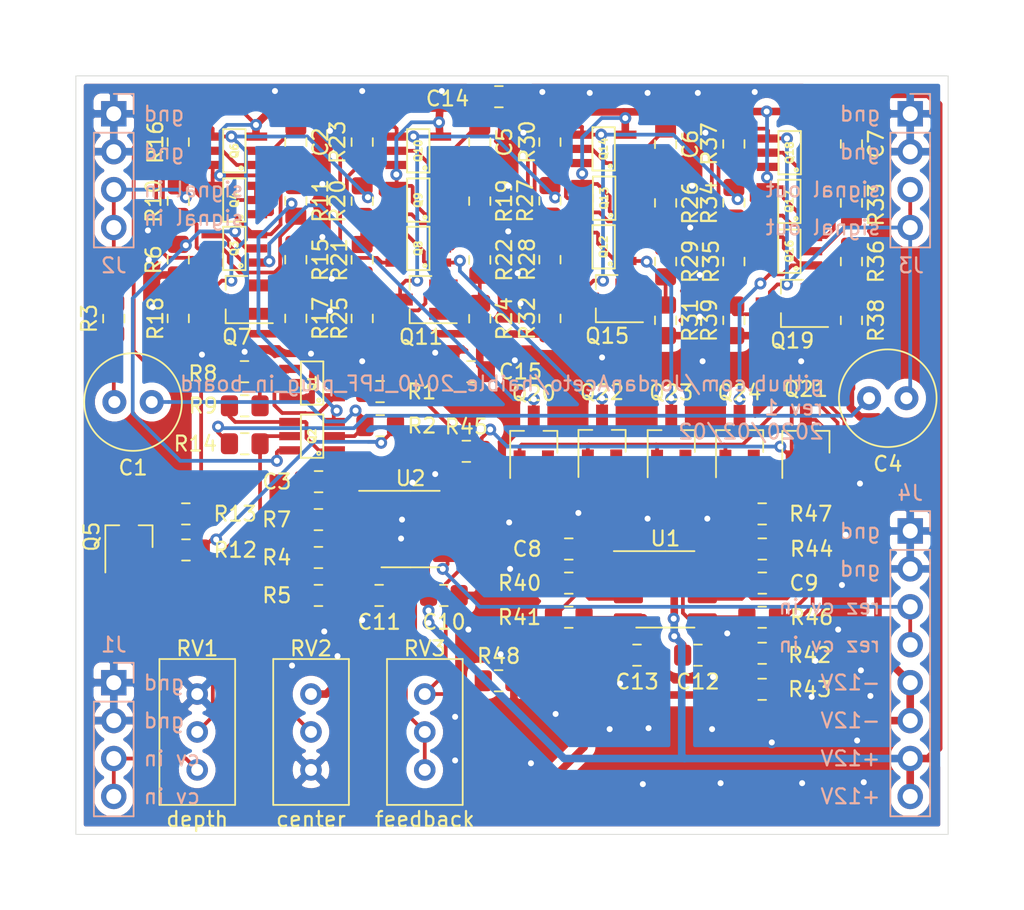
<source format=kicad_pcb>
(kicad_pcb (version 20171130) (host pcbnew 5.1.5-52549c5~84~ubuntu18.04.1)
  (title_block (title "haible 2020 LPF plug-in board") (date 2020-02-02) (rev 1) (comment 1 creativecommons.org/licenses/by/4.0/) (comment 2 "License: CC by 4.0") (comment 3 "Author: Jordan Aceto"))
  (layers (0 F.Cu signal) (31 B.Cu signal) (34 B.Paste user) (35 F.Paste user) (36 B.SilkS user) (37 F.SilkS user) (38 B.Mask user) (39 F.Mask user) (44 Edge.Cuts user))
  (net 0 "")
  (net 1 "Net-(C1-Pad2)")
  (net 2 "Net-(C1-Pad1)")
  (net 3 -12V)
  (net 4 "Net-(C3-Pad1)")
  (net 5 GND)
  (net 6 "Net-(C5-Pad1)")
  (net 7 "Net-(C6-Pad1)")
  (net 8 "Net-(C7-Pad1)")
  (net 9 "Net-(C9-Pad1)")
  (net 10 "Net-(J1-Pad3)")
  (net 11 +12V)
  (net 12 "Net-(J4-Pad3)")
  (net 13 "Net-(Q1-Pad1)")
  (net 14 "Net-(Q1-Pad4)")
  (net 15 "Net-(Q1-Pad2)")
  (net 16 "Net-(Q2-Pad6)")
  (net 17 "Net-(Q2-Pad5)")
  (net 18 "Net-(Q2-Pad1)")
  (net 19 "Net-(Q2-Pad3)")
  (net 20 "Net-(Q5-Pad1)")
  (net 21 "Net-(Q6-Pad1)")
  (net 22 "Net-(Q7-Pad2)")
  (net 23 "Net-(Q7-Pad1)")
  (net 24 "Net-(Q8-Pad2)")
  (net 25 "Net-(Q10-Pad1)")
  (net 26 "Net-(Q11-Pad2)")
  (net 27 "Net-(Q11-Pad1)")
  (net 28 "Net-(Q12-Pad2)")
  (net 29 "Net-(Q14-Pad1)")
  (net 30 "Net-(Q15-Pad2)")
  (net 31 "Net-(Q15-Pad1)")
  (net 32 "Net-(Q16-Pad2)")
  (net 33 "Net-(Q18-Pad1)")
  (net 34 "Net-(Q19-Pad2)")
  (net 35 "Net-(Q19-Pad1)")
  (net 36 "Net-(Q20-Pad2)")
  (net 37 "Net-(Q20-Pad1)")
  (net 38 "Net-(R4-Pad1)")
  (net 39 "Net-(R5-Pad1)")
  (net 40 "Net-(R48-Pad1)")
  (net 41 "Net-(C2-Pad1)")
  (net 42 /bias_current_gen/CV_in)
  (net 43 "Net-(C4-Pad2)")
  (net 44 /LP_stage_1/FB_signal_in)
  (net 45 "Net-(C8-Pad2)")
  (net 46 "Net-(C9-Pad2)")
  (net 47 "Net-(Q21-Pad1)")
  (net 48 /FB_CV)
  (net 49 "Net-(Q8-Pad5)")
  (net 50 "Net-(Q12-Pad5)")
  (net 51 "Net-(Q16-Pad5)")
  (net 52 "Net-(R42-Pad1)")
  (net 53 "Net-(Q3-Pad6)")
  (net 54 "Net-(Q8-Pad6)")
  (net 55 "Net-(Q12-Pad6)")
  (net 56 "Net-(Q16-Pad6)")
  (net 57 /LP_stage_1/LP_in_1)
  (net 58 /LP_stage_1/bias_current_in_1)
  (net 59 /LP_stage_2/LP_in_2)
  (net 60 /LP_stage_2/bias_current_in_2)
  (net 61 /LP_stage_3/LP_in_3)
  (net 62 /LP_stage_3/bias_current_in_3)
  (net 63 /LP_stage_4/LP_in_4)
  (net 64 /LP_stage_4/bias_current_in_4)
  (module Resistor_SMD:R_0805_2012Metric_Pad1.15x1.40mm_HandSolder (layer F.Cu) (at 147.565 105.537)
    (fp_text reference R47 (at 3.2475 0) (layer F.SilkS))
    (fp_text value 100k)
    (pad 1 smd roundrect (at -1.025 0) (size 1.15 1.4) (layers F.Cu F.Paste F.Mask) (roundrect_rratio 0.217391) (net 5 GND))
    (pad 2 smd roundrect (at 1.025 0) (size 1.15 1.4) (layers F.Cu F.Paste F.Mask) (roundrect_rratio 0.217391) (net 9 "Net-(C9-Pad1)"))
  )
  (module Package_TO_SOT_SMD:SOT-23_Handsoldering (layer F.Cu) (at 136.84 100.6715 90)
    (fp_text reference Q22 (at 3.278 0 180) (layer F.SilkS))
    (fp_text value BC847)
    (pad 3 smd rect (at 1.5 0 90) (size 1.9 0.8) (layers F.Cu F.Paste F.Mask) (net 60 /LP_stage_2/bias_current_in_2))
    (pad 2 smd rect (at -1.5 0.95 90) (size 1.9 0.8) (layers F.Cu F.Paste F.Mask) (net 36 "Net-(Q20-Pad2)"))
    (pad 1 smd rect (at -1.5 -0.95 90) (size 1.9 0.8) (layers F.Cu F.Paste F.Mask) (net 37 "Net-(Q20-Pad1)"))
  )
  (module Capacitor_SMD:C_0805_2012Metric_Pad1.15x1.40mm_HandSolder (layer F.Cu) (at 141.097 80.781 270)
    (fp_text reference C6 (at 0 -1.65 90) (layer F.SilkS))
    (fp_text value 1nF)
    (pad 1 smd roundrect (at -1.025 0 270) (size 1.15 1.4) (layers F.Cu F.Paste F.Mask) (roundrect_rratio 0.217391) (net 7 "Net-(C6-Pad1)"))
    (pad 2 smd roundrect (at 1.025 0 270) (size 1.15 1.4) (layers F.Cu F.Paste F.Mask) (roundrect_rratio 0.217391) (net 5 GND))
  )
  (module Resistor_SMD:R_0805_2012Metric_Pad1.15x1.40mm_HandSolder (layer F.Cu) (at 141.097 88.637 270)
    (fp_text reference R29 (at 0 -1.65 90) (layer F.SilkS))
    (fp_text value 120k)
    (pad 2 smd roundrect (at 1.025 0 270) (size 1.15 1.4) (layers F.Cu F.Paste F.Mask) (roundrect_rratio 0.217391) (net 31 "Net-(Q15-Pad1)"))
    (pad 1 smd roundrect (at -1.025 0 270) (size 1.15 1.4) (layers F.Cu F.Paste F.Mask) (roundrect_rratio 0.217391) (net 5 GND))
  )
  (module Resistor_SMD:R_0805_2012Metric_Pad1.15x1.40mm_HandSolder (layer F.Cu) (at 141.097 84.709 90)
    (fp_text reference R26 (at 0 1.651 90) (layer F.SilkS))
    (fp_text value 220)
    (pad 1 smd roundrect (at -1.025 0 90) (size 1.15 1.4) (layers F.Cu F.Paste F.Mask) (roundrect_rratio 0.217391) (net 28 "Net-(Q12-Pad2)"))
    (pad 2 smd roundrect (at 1.025 0 90) (size 1.15 1.4) (layers F.Cu F.Paste F.Mask) (roundrect_rratio 0.217391) (net 5 GND))
  )
  (module Resistor_SMD:R_0805_2012Metric_Pad1.15x1.40mm_HandSolder (layer F.Cu) (at 141.097 92.574 270)
    (fp_text reference R31 (at 0 -1.65 90) (layer F.SilkS))
    (fp_text value 12k)
    (pad 2 smd roundrect (at 1.025 0 270) (size 1.15 1.4) (layers F.Cu F.Paste F.Mask) (roundrect_rratio 0.217391) (net 3 -12V))
    (pad 1 smd roundrect (at -1.025 0 270) (size 1.15 1.4) (layers F.Cu F.Paste F.Mask) (roundrect_rratio 0.217391) (net 31 "Net-(Q15-Pad1)"))
  )
  (module Resistor_SMD:R_0805_2012Metric_Pad1.15x1.40mm_HandSolder (layer F.Cu) (at 128.651 92.465 270)
    (fp_text reference R24 (at 0 -1.65 90) (layer F.SilkS))
    (fp_text value 12k)
    (pad 2 smd roundrect (at 1.025 0 270) (size 1.15 1.4) (layers F.Cu F.Paste F.Mask) (roundrect_rratio 0.217391) (net 3 -12V))
    (pad 1 smd roundrect (at -1.025 0 270) (size 1.15 1.4) (layers F.Cu F.Paste F.Mask) (roundrect_rratio 0.217391) (net 27 "Net-(Q11-Pad1)"))
  )
  (module Resistor_SMD:R_0805_2012Metric_Pad1.15x1.40mm_HandSolder (layer F.Cu) (at 120.777 80.636 270)
    (fp_text reference R23 (at 0.009 1.651 90) (layer F.SilkS))
    (fp_text value 10k)
    (pad 2 smd roundrect (at 1.025 0 270) (size 1.15 1.4) (layers F.Cu F.Paste F.Mask) (roundrect_rratio 0.217391) (net 49 "Net-(Q8-Pad5)"))
    (pad 1 smd roundrect (at -1.025 0 270) (size 1.15 1.4) (layers F.Cu F.Paste F.Mask) (roundrect_rratio 0.217391) (net 61 /LP_stage_3/LP_in_3))
  )
  (module Resistor_SMD:R_0805_2012Metric_Pad1.15x1.40mm_HandSolder (layer F.Cu) (at 120.777 92.447 270)
    (fp_text reference R25 (at 0 1.524 90) (layer F.SilkS))
    (fp_text value 1k2)
    (pad 1 smd roundrect (at -1.025 0 270) (size 1.15 1.4) (layers F.Cu F.Paste F.Mask) (roundrect_rratio 0.217391) (net 26 "Net-(Q11-Pad2)"))
    (pad 2 smd roundrect (at 1.025 0 270) (size 1.15 1.4) (layers F.Cu F.Paste F.Mask) (roundrect_rratio 0.217391) (net 3 -12V))
  )
  (module Resistor_SMD:R_0805_2012Metric_Pad1.15x1.40mm_HandSolder (layer F.Cu) (at 120.777 84.591 90)
    (fp_text reference R20 (at 0 -1.65 90) (layer F.SilkS))
    (fp_text value 10k)
    (pad 1 smd roundrect (at -1.025 0 90) (size 1.15 1.4) (layers F.Cu F.Paste F.Mask) (roundrect_rratio 0.217391) (net 49 "Net-(Q8-Pad5)"))
    (pad 2 smd roundrect (at 1.025 0 90) (size 1.15 1.4) (layers F.Cu F.Paste F.Mask) (roundrect_rratio 0.217391) (net 59 /LP_stage_2/LP_in_2))
  )
  (module Resistor_SMD:R_0805_2012Metric_Pad1.15x1.40mm_HandSolder (layer F.Cu) (at 120.777 88.519 270)
    (fp_text reference R21 (at 0.009 1.524 90) (layer F.SilkS))
    (fp_text value 220)
    (pad 1 smd roundrect (at -1.025 0 270) (size 1.15 1.4) (layers F.Cu F.Paste F.Mask) (roundrect_rratio 0.217391) (net 49 "Net-(Q8-Pad5)"))
    (pad 2 smd roundrect (at 1.025 0 270) (size 1.15 1.4) (layers F.Cu F.Paste F.Mask) (roundrect_rratio 0.217391) (net 5 GND))
  )
  (module Connector_PinHeader_2.54mm:PinHeader_1x08_P2.54mm_Vertical (layer B.Cu) (at 157.48 106.68 180)
    (fp_text reference J4 (at 0 2.54) (layer B.SilkS) (effects (justify mirror)))
    (fp_text value Conn_01x08_Male)
    (pad 8 thru_hole oval (at 0 -17.78 180) (size 1.7 1.7) (drill 1) (layers *.Cu *.Mask) (net 11 +12V))
    (pad 7 thru_hole oval (at 0 -15.24 180) (size 1.7 1.7) (drill 1) (layers *.Cu *.Mask) (net 11 +12V))
    (pad 6 thru_hole oval (at 0 -12.7 180) (size 1.7 1.7) (drill 1) (layers *.Cu *.Mask) (net 3 -12V))
    (pad 5 thru_hole oval (at 0 -10.16 180) (size 1.7 1.7) (drill 1) (layers *.Cu *.Mask) (net 3 -12V))
    (pad 4 thru_hole oval (at 0 -7.62 180) (size 1.7 1.7) (drill 1) (layers *.Cu *.Mask) (net 12 "Net-(J4-Pad3)"))
    (pad 3 thru_hole oval (at 0 -5.08 180) (size 1.7 1.7) (drill 1) (layers *.Cu *.Mask) (net 12 "Net-(J4-Pad3)"))
    (pad 2 thru_hole oval (at 0 -2.54 180) (size 1.7 1.7) (drill 1) (layers *.Cu *.Mask) (net 5 GND))
    (pad 1 thru_hole rect (at 0 0 180) (size 1.7 1.7) (drill 1) (layers *.Cu *.Mask) (net 5 GND))
  )
  (module Connector_PinHeader_2.54mm:PinHeader_1x04_P2.54mm_Vertical (layer B.Cu) (at 157.48 78.74 180)
    (fp_text reference J3 (at -0.0635 -10.16) (layer B.SilkS) (effects (justify mirror)))
    (fp_text value Conn_01x04_Male)
    (pad 4 thru_hole oval (at 0 -7.62 180) (size 1.7 1.7) (drill 1) (layers *.Cu *.Mask) (net 44 /LP_stage_1/FB_signal_in))
    (pad 3 thru_hole oval (at 0 -5.08 180) (size 1.7 1.7) (drill 1) (layers *.Cu *.Mask) (net 44 /LP_stage_1/FB_signal_in))
    (pad 2 thru_hole oval (at 0 -2.54 180) (size 1.7 1.7) (drill 1) (layers *.Cu *.Mask) (net 5 GND))
    (pad 1 thru_hole rect (at 0 0 180) (size 1.7 1.7) (drill 1) (layers *.Cu *.Mask) (net 5 GND))
  )
  (module Connector_PinHeader_2.54mm:PinHeader_1x04_P2.54mm_Vertical (layer B.Cu) (at 104.14 78.74 180)
    (fp_text reference J2 (at 0 -10.16) (layer B.SilkS) (effects (justify mirror)))
    (fp_text value Conn_01x04_Male)
    (pad 4 thru_hole oval (at 0 -7.62 180) (size 1.7 1.7) (drill 1) (layers *.Cu *.Mask) (net 57 /LP_stage_1/LP_in_1))
    (pad 3 thru_hole oval (at 0 -5.08 180) (size 1.7 1.7) (drill 1) (layers *.Cu *.Mask) (net 57 /LP_stage_1/LP_in_1))
    (pad 2 thru_hole oval (at 0 -2.54 180) (size 1.7 1.7) (drill 1) (layers *.Cu *.Mask) (net 5 GND))
    (pad 1 thru_hole rect (at 0 0 180) (size 1.7 1.7) (drill 1) (layers *.Cu *.Mask) (net 5 GND))
  )
  (module Connector_PinHeader_2.54mm:PinHeader_1x04_P2.54mm_Vertical (layer B.Cu) (at 104.14 116.84 180)
    (fp_text reference J1 (at 0 2.54) (layer B.SilkS) (effects (justify mirror)))
    (fp_text value Conn_01x04_Male)
    (pad 4 thru_hole oval (at 0 -7.62 180) (size 1.7 1.7) (drill 1) (layers *.Cu *.Mask) (net 10 "Net-(J1-Pad3)"))
    (pad 3 thru_hole oval (at 0 -5.08 180) (size 1.7 1.7) (drill 1) (layers *.Cu *.Mask) (net 10 "Net-(J1-Pad3)"))
    (pad 2 thru_hole oval (at 0 -2.54 180) (size 1.7 1.7) (drill 1) (layers *.Cu *.Mask) (net 5 GND))
    (pad 1 thru_hole rect (at 0 0 180) (size 1.7 1.7) (drill 1) (layers *.Cu *.Mask) (net 5 GND))
  )
  (module Capacitor_THT:C_Radial_D6.3mm_H11.0mm_P2.50mm (layer F.Cu) (at 106.68 98.044 180)
    (fp_text reference C1 (at 1.25 -4.4) (layer F.SilkS))
    (fp_text value 10uF)
    (pad 1 thru_hole circle (at 0 0 180) (size 1.6 1.6) (drill 0.8) (layers *.Cu *.Mask) (net 2 "Net-(C1-Pad1)"))
    (pad 2 thru_hole circle (at 2.5 0 180) (size 1.6 1.6) (drill 0.8) (layers *.Cu *.Mask) (net 1 "Net-(C1-Pad2)"))
  )
  (module Capacitor_SMD:C_0805_2012Metric_Pad1.15x1.40mm_HandSolder (layer F.Cu) (at 116.332 80.636 270)
    (fp_text reference C2 (at 0 -1.65 90) (layer F.SilkS))
    (fp_text value 1nF)
    (pad 2 smd roundrect (at 1.025 0 270) (size 1.15 1.4) (layers F.Cu F.Paste F.Mask) (roundrect_rratio 0.217391) (net 5 GND))
    (pad 1 smd roundrect (at -1.025 0 270) (size 1.15 1.4) (layers F.Cu F.Paste F.Mask) (roundrect_rratio 0.217391) (net 41 "Net-(C2-Pad1)"))
  )
  (module Capacitor_SMD:C_0805_2012Metric_Pad1.15x1.40mm_HandSolder (layer F.Cu) (at 117.856 103.378 180)
    (fp_text reference C3 (at 2.794 0) (layer F.SilkS))
    (fp_text value 470pF)
    (pad 1 smd roundrect (at -1.025 0 180) (size 1.15 1.4) (layers F.Cu F.Paste F.Mask) (roundrect_rratio 0.217391) (net 4 "Net-(C3-Pad1)"))
    (pad 2 smd roundrect (at 1.025 0 180) (size 1.15 1.4) (layers F.Cu F.Paste F.Mask) (roundrect_rratio 0.217391) (net 42 /bias_current_gen/CV_in))
  )
  (module Capacitor_THT:C_Radial_D6.3mm_H11.0mm_P2.50mm (layer F.Cu) (at 157.226 97.79 180)
    (fp_text reference C4 (at 1.25 -4.4) (layer F.SilkS))
    (fp_text value 10uF)
    (pad 2 thru_hole circle (at 2.5 0 180) (size 1.6 1.6) (drill 0.8) (layers *.Cu *.Mask) (net 43 "Net-(C4-Pad2)"))
    (pad 1 thru_hole circle (at 0 0 180) (size 1.6 1.6) (drill 0.8) (layers *.Cu *.Mask) (net 44 /LP_stage_1/FB_signal_in))
  )
  (module Capacitor_SMD:C_0805_2012Metric_Pad1.15x1.40mm_HandSolder (layer F.Cu) (at 128.651 80.636 270)
    (fp_text reference C5 (at 0 -1.65 90) (layer F.SilkS))
    (fp_text value 1nF)
    (pad 2 smd roundrect (at 1.025 0 270) (size 1.15 1.4) (layers F.Cu F.Paste F.Mask) (roundrect_rratio 0.217391) (net 5 GND))
    (pad 1 smd roundrect (at -1.025 0 270) (size 1.15 1.4) (layers F.Cu F.Paste F.Mask) (roundrect_rratio 0.217391) (net 6 "Net-(C5-Pad1)"))
  )
  (module Capacitor_SMD:C_0805_2012Metric_Pad1.15x1.40mm_HandSolder (layer F.Cu) (at 153.543 80.763 270)
    (fp_text reference C7 (at 0 -1.65 90) (layer F.SilkS))
    (fp_text value 1nF)
    (pad 1 smd roundrect (at -1.025 0 270) (size 1.15 1.4) (layers F.Cu F.Paste F.Mask) (roundrect_rratio 0.217391) (net 8 "Net-(C7-Pad1)"))
    (pad 2 smd roundrect (at 1.025 0 270) (size 1.15 1.4) (layers F.Cu F.Paste F.Mask) (roundrect_rratio 0.217391) (net 5 GND))
  )
  (module Capacitor_SMD:C_0805_2012Metric_Pad1.15x1.40mm_HandSolder (layer F.Cu) (at 134.611 107.8865)
    (fp_text reference C8 (at -2.785 0) (layer F.SilkS))
    (fp_text value 22uF)
    (pad 1 smd roundrect (at -1.025 0) (size 1.15 1.4) (layers F.Cu F.Paste F.Mask) (roundrect_rratio 0.217391) (net 5 GND))
    (pad 2 smd roundrect (at 1.025 0) (size 1.15 1.4) (layers F.Cu F.Paste F.Mask) (roundrect_rratio 0.217391) (net 45 "Net-(C8-Pad2)"))
  )
  (module Capacitor_SMD:C_0805_2012Metric_Pad1.15x1.40mm_HandSolder (layer F.Cu) (at 147.574 110.1725)
    (fp_text reference C9 (at 2.794 0) (layer F.SilkS))
    (fp_text value 2n2)
    (pad 2 smd roundrect (at 1.025 0) (size 1.15 1.4) (layers F.Cu F.Paste F.Mask) (roundrect_rratio 0.217391) (net 46 "Net-(C9-Pad2)"))
    (pad 1 smd roundrect (at -1.025 0) (size 1.15 1.4) (layers F.Cu F.Paste F.Mask) (roundrect_rratio 0.217391) (net 9 "Net-(C9-Pad1)"))
  )
  (module Capacitor_SMD:C_0805_2012Metric_Pad1.15x1.40mm_HandSolder (layer F.Cu) (at 126.247 110.998)
    (fp_text reference C10 (at 0.009 1.778) (layer F.SilkS))
    (fp_text value 100nF)
    (pad 2 smd roundrect (at 1.025 0) (size 1.15 1.4) (layers F.Cu F.Paste F.Mask) (roundrect_rratio 0.217391) (net 5 GND))
    (pad 1 smd roundrect (at -1.025 0) (size 1.15 1.4) (layers F.Cu F.Paste F.Mask) (roundrect_rratio 0.217391) (net 11 +12V))
  )
  (module Capacitor_SMD:C_0805_2012Metric_Pad1.15x1.40mm_HandSolder (layer F.Cu) (at 121.911 110.998)
    (fp_text reference C11 (at 0 1.778) (layer F.SilkS))
    (fp_text value 100nF)
    (pad 1 smd roundrect (at -1.025 0) (size 1.15 1.4) (layers F.Cu F.Paste F.Mask) (roundrect_rratio 0.217391) (net 5 GND))
    (pad 2 smd roundrect (at 1.025 0) (size 1.15 1.4) (layers F.Cu F.Paste F.Mask) (roundrect_rratio 0.217391) (net 3 -12V))
  )
  (module Capacitor_SMD:C_0805_2012Metric_Pad1.15x1.40mm_HandSolder (layer F.Cu) (at 143.265 114.9985)
    (fp_text reference C12 (at 0 1.778) (layer F.SilkS))
    (fp_text value 100nF)
    (pad 2 smd roundrect (at 1.025 0) (size 1.15 1.4) (layers F.Cu F.Paste F.Mask) (roundrect_rratio 0.217391) (net 5 GND))
    (pad 1 smd roundrect (at -1.025 0) (size 1.15 1.4) (layers F.Cu F.Paste F.Mask) (roundrect_rratio 0.217391) (net 11 +12V))
  )
  (module Capacitor_SMD:C_0805_2012Metric_Pad1.15x1.40mm_HandSolder (layer F.Cu) (at 139.183 114.9985)
    (fp_text reference C13 (at 0.009 1.778) (layer F.SilkS))
    (fp_text value 100nF)
    (pad 1 smd roundrect (at -1.025 0) (size 1.15 1.4) (layers F.Cu F.Paste F.Mask) (roundrect_rratio 0.217391) (net 5 GND))
    (pad 2 smd roundrect (at 1.025 0) (size 1.15 1.4) (layers F.Cu F.Paste F.Mask) (roundrect_rratio 0.217391) (net 3 -12V))
  )
  (module Capacitor_SMD:C_0805_2012Metric_Pad1.15x1.40mm_HandSolder (layer F.Cu) (at 129.93 77.597)
    (fp_text reference C14 (at -3.438 0.127) (layer F.SilkS))
    (fp_text value 100nF)
    (pad 2 smd roundrect (at 1.025 0) (size 1.15 1.4) (layers F.Cu F.Paste F.Mask) (roundrect_rratio 0.217391) (net 5 GND))
    (pad 1 smd roundrect (at -1.025 0) (size 1.15 1.4) (layers F.Cu F.Paste F.Mask) (roundrect_rratio 0.217391) (net 11 +12V))
  )
  (module Capacitor_SMD:C_0805_2012Metric_Pad1.15x1.40mm_HandSolder (layer F.Cu) (at 128.0705 96.012)
    (fp_text reference C15 (at 3.311 0) (layer F.SilkS))
    (fp_text value 100nF)
    (pad 1 smd roundrect (at -1.025 0) (size 1.15 1.4) (layers F.Cu F.Paste F.Mask) (roundrect_rratio 0.217391) (net 5 GND))
    (pad 2 smd roundrect (at 1.025 0) (size 1.15 1.4) (layers F.Cu F.Paste F.Mask) (roundrect_rratio 0.217391) (net 3 -12V))
  )
  (module Package_TO_SOT_SMD:SOT-23_Handsoldering (layer F.Cu) (at 105.156 107.061 90)
    (fp_text reference Q5 (at 0 -2.5 270) (layer F.SilkS))
    (fp_text value BC847)
    (pad 1 smd rect (at -1.5 -0.95 90) (size 1.9 0.8) (layers F.Cu F.Paste F.Mask) (net 20 "Net-(Q5-Pad1)"))
    (pad 2 smd rect (at -1.5 0.95 90) (size 1.9 0.8) (layers F.Cu F.Paste F.Mask) (net 5 GND))
    (pad 3 smd rect (at 1.5 0 90) (size 1.9 0.8) (layers F.Cu F.Paste F.Mask) (net 20 "Net-(Q5-Pad1)"))
  )
  (module Package_TO_SOT_SMD:SOT-23_Handsoldering (layer F.Cu) (at 112.395 91.186 180)
    (fp_text reference Q7 (at 0 -2.5) (layer F.SilkS))
    (fp_text value BC847)
    (pad 3 smd rect (at 1.5 0 180) (size 1.9 0.8) (layers F.Cu F.Paste F.Mask) (net 59 /LP_stage_2/LP_in_2))
    (pad 2 smd rect (at -1.5 0.95 180) (size 1.9 0.8) (layers F.Cu F.Paste F.Mask) (net 22 "Net-(Q7-Pad2)"))
    (pad 1 smd rect (at -1.5 -0.95 180) (size 1.9 0.8) (layers F.Cu F.Paste F.Mask) (net 23 "Net-(Q7-Pad1)"))
  )
  (module Package_TO_SOT_SMD:SOT-23_Handsoldering (layer F.Cu) (at 124.714 91.186 180)
    (fp_text reference Q11 (at 0 -2.5) (layer F.SilkS))
    (fp_text value BC847)
    (pad 3 smd rect (at 1.5 0 180) (size 1.9 0.8) (layers F.Cu F.Paste F.Mask) (net 61 /LP_stage_3/LP_in_3))
    (pad 2 smd rect (at -1.5 0.95 180) (size 1.9 0.8) (layers F.Cu F.Paste F.Mask) (net 26 "Net-(Q11-Pad2)"))
    (pad 1 smd rect (at -1.5 -0.95 180) (size 1.9 0.8) (layers F.Cu F.Paste F.Mask) (net 27 "Net-(Q11-Pad1)"))
  )
  (module Package_TO_SOT_SMD:SOT-23_Handsoldering (layer F.Cu) (at 137.184 91.12 180)
    (fp_text reference Q15 (at 0 -2.5) (layer F.SilkS))
    (fp_text value BC847)
    (pad 1 smd rect (at -1.5 -0.95 180) (size 1.9 0.8) (layers F.Cu F.Paste F.Mask) (net 31 "Net-(Q15-Pad1)"))
    (pad 2 smd rect (at -1.5 0.95 180) (size 1.9 0.8) (layers F.Cu F.Paste F.Mask) (net 30 "Net-(Q15-Pad2)"))
    (pad 3 smd rect (at 1.5 0 180) (size 1.9 0.8) (layers F.Cu F.Paste F.Mask) (net 63 /LP_stage_4/LP_in_4))
  )
  (module Package_TO_SOT_SMD:SOT-23_Handsoldering (layer F.Cu) (at 149.582 91.44 180)
    (fp_text reference Q19 (at 0 -2.5) (layer F.SilkS))
    (fp_text value BC847)
    (pad 1 smd rect (at -1.5 -0.95 180) (size 1.9 0.8) (layers F.Cu F.Paste F.Mask) (net 35 "Net-(Q19-Pad1)"))
    (pad 2 smd rect (at -1.5 0.95 180) (size 1.9 0.8) (layers F.Cu F.Paste F.Mask) (net 34 "Net-(Q19-Pad2)"))
    (pad 3 smd rect (at 1.5 0 180) (size 1.9 0.8) (layers F.Cu F.Paste F.Mask) (net 44 /LP_stage_1/FB_signal_in))
  )
  (module Package_TO_SOT_SMD:SOT-23_Handsoldering (layer F.Cu) (at 132.268 100.735 90)
    (fp_text reference Q20 (at 3.278 0 180) (layer F.SilkS))
    (fp_text value BC847)
    (pad 1 smd rect (at -1.5 -0.95 90) (size 1.9 0.8) (layers F.Cu F.Paste F.Mask) (net 37 "Net-(Q20-Pad1)"))
    (pad 2 smd rect (at -1.5 0.95 90) (size 1.9 0.8) (layers F.Cu F.Paste F.Mask) (net 36 "Net-(Q20-Pad2)"))
    (pad 3 smd rect (at 1.5 0 90) (size 1.9 0.8) (layers F.Cu F.Paste F.Mask) (net 58 /LP_stage_1/bias_current_in_1))
  )
  (module Package_TO_SOT_SMD:SOT-23_Handsoldering (layer F.Cu) (at 150.4925 100.735 90)
    (fp_text reference Q21 (at 3.556 0 180) (layer F.SilkS))
    (fp_text value BC847)
    (pad 3 smd rect (at 1.5 0 90) (size 1.9 0.8) (layers F.Cu F.Paste F.Mask) (net 9 "Net-(C9-Pad1)"))
    (pad 2 smd rect (at -1.5 0.95 90) (size 1.9 0.8) (layers F.Cu F.Paste F.Mask) (net 36 "Net-(Q20-Pad2)"))
    (pad 1 smd rect (at -1.5 -0.95 90) (size 1.9 0.8) (layers F.Cu F.Paste F.Mask) (net 47 "Net-(Q21-Pad1)"))
  )
  (module Package_TO_SOT_SMD:SOT-23_Handsoldering (layer F.Cu) (at 141.4755 100.687 90)
    (fp_text reference Q23 (at 3.278 0 180) (layer F.SilkS))
    (fp_text value BC847)
    (pad 3 smd rect (at 1.5 0 90) (size 1.9 0.8) (layers F.Cu F.Paste F.Mask) (net 62 /LP_stage_3/bias_current_in_3))
    (pad 2 smd rect (at -1.5 0.95 90) (size 1.9 0.8) (layers F.Cu F.Paste F.Mask) (net 36 "Net-(Q20-Pad2)"))
    (pad 1 smd rect (at -1.5 -0.95 90) (size 1.9 0.8) (layers F.Cu F.Paste F.Mask) (net 37 "Net-(Q20-Pad1)"))
  )
  (module Package_TO_SOT_SMD:SOT-23_Handsoldering (layer F.Cu) (at 146.0525 100.687 90)
    (fp_text reference Q24 (at 3.278 0 180) (layer F.SilkS))
    (fp_text value BC847)
    (pad 1 smd rect (at -1.5 -0.95 90) (size 1.9 0.8) (layers F.Cu F.Paste F.Mask) (net 37 "Net-(Q20-Pad1)"))
    (pad 2 smd rect (at -1.5 0.95 90) (size 1.9 0.8) (layers F.Cu F.Paste F.Mask) (net 36 "Net-(Q20-Pad2)"))
    (pad 3 smd rect (at 1.5 0 90) (size 1.9 0.8) (layers F.Cu F.Paste F.Mask) (net 64 /LP_stage_4/bias_current_in_4))
  )
  (module Resistor_SMD:R_0805_2012Metric_Pad1.15x1.40mm_HandSolder (layer F.Cu) (at 121.9745 97.3455)
    (fp_text reference R1 (at 2.785 0) (layer F.SilkS))
    (fp_text value 1k)
    (pad 1 smd roundrect (at -1.025 0) (size 1.15 1.4) (layers F.Cu F.Paste F.Mask) (roundrect_rratio 0.217391) (net 15 "Net-(Q1-Pad2)"))
    (pad 2 smd roundrect (at 1.025 0) (size 1.15 1.4) (layers F.Cu F.Paste F.Mask) (roundrect_rratio 0.217391) (net 48 /FB_CV))
  )
  (module Resistor_SMD:R_0805_2012Metric_Pad1.15x1.40mm_HandSolder (layer F.Cu) (at 121.9835 99.6315 180)
    (fp_text reference R2 (at -2.794 0) (layer F.SilkS))
    (fp_text value 1k)
    (pad 2 smd roundrect (at 1.025 0 180) (size 1.15 1.4) (layers F.Cu F.Paste F.Mask) (roundrect_rratio 0.217391) (net 2 "Net-(C1-Pad1)"))
    (pad 1 smd roundrect (at -1.025 0 180) (size 1.15 1.4) (layers F.Cu F.Paste F.Mask) (roundrect_rratio 0.217391) (net 20 "Net-(Q5-Pad1)"))
  )
  (module Resistor_SMD:R_0805_2012Metric_Pad1.15x1.40mm_HandSolder (layer F.Cu) (at 104.14 92.456 90)
    (fp_text reference R3 (at 0 -1.65 90) (layer F.SilkS))
    (fp_text value 51k)
    (pad 1 smd roundrect (at -1.025 0 90) (size 1.15 1.4) (layers F.Cu F.Paste F.Mask) (roundrect_rratio 0.217391) (net 1 "Net-(C1-Pad2)"))
    (pad 2 smd roundrect (at 1.025 0 90) (size 1.15 1.4) (layers F.Cu F.Paste F.Mask) (roundrect_rratio 0.217391) (net 57 /LP_stage_1/LP_in_1))
  )
  (module Resistor_SMD:R_0805_2012Metric_Pad1.15x1.40mm_HandSolder (layer F.Cu) (at 117.847 108.458)
    (fp_text reference R4 (at -2.794 0) (layer F.SilkS))
    (fp_text value 100k)
    (pad 1 smd roundrect (at -1.025 0) (size 1.15 1.4) (layers F.Cu F.Paste F.Mask) (roundrect_rratio 0.217391) (net 38 "Net-(R4-Pad1)"))
    (pad 2 smd roundrect (at 1.025 0) (size 1.15 1.4) (layers F.Cu F.Paste F.Mask) (roundrect_rratio 0.217391) (net 4 "Net-(C3-Pad1)"))
  )
  (module Resistor_SMD:R_0805_2012Metric_Pad1.15x1.40mm_HandSolder (layer F.Cu) (at 117.847 110.998)
    (fp_text reference R5 (at -2.785 0) (layer F.SilkS))
    (fp_text value 560k)
    (pad 2 smd roundrect (at 1.025 0) (size 1.15 1.4) (layers F.Cu F.Paste F.Mask) (roundrect_rratio 0.217391) (net 4 "Net-(C3-Pad1)"))
    (pad 1 smd roundrect (at -1.025 0) (size 1.15 1.4) (layers F.Cu F.Paste F.Mask) (roundrect_rratio 0.217391) (net 39 "Net-(R5-Pad1)"))
  )
  (module Resistor_SMD:R_0805_2012Metric_Pad1.15x1.40mm_HandSolder (layer F.Cu) (at 108.458 88.51 270)
    (fp_text reference R6 (at 0.009 1.651 90) (layer F.SilkS))
    (fp_text value 220)
    (pad 2 smd roundrect (at 1.025 0 270) (size 1.15 1.4) (layers F.Cu F.Paste F.Mask) (roundrect_rratio 0.217391) (net 5 GND))
    (pad 1 smd roundrect (at -1.025 0 270) (size 1.15 1.4) (layers F.Cu F.Paste F.Mask) (roundrect_rratio 0.217391) (net 16 "Net-(Q2-Pad6)"))
  )
  (module Resistor_SMD:R_0805_2012Metric_Pad1.15x1.40mm_HandSolder (layer F.Cu) (at 117.847 105.918 180)
    (fp_text reference R7 (at 2.803 0) (layer F.SilkS))
    (fp_text value 560k)
    (pad 1 smd roundrect (at -1.025 0 180) (size 1.15 1.4) (layers F.Cu F.Paste F.Mask) (roundrect_rratio 0.217391) (net 4 "Net-(C3-Pad1)"))
    (pad 2 smd roundrect (at 1.025 0 180) (size 1.15 1.4) (layers F.Cu F.Paste F.Mask) (roundrect_rratio 0.217391) (net 42 /bias_current_gen/CV_in))
  )
  (module Resistor_SMD:R_0805_2012Metric_Pad1.15x1.40mm_HandSolder (layer F.Cu) (at 112.894 96.012)
    (fp_text reference R8 (at -2.785 0.127) (layer F.SilkS))
    (fp_text value 3k3)
    (pad 2 smd roundrect (at 1.025 0) (size 1.15 1.4) (layers F.Cu F.Paste F.Mask) (roundrect_rratio 0.217391) (net 14 "Net-(Q1-Pad4)"))
    (pad 1 smd roundrect (at -1.025 0) (size 1.15 1.4) (layers F.Cu F.Paste F.Mask) (roundrect_rratio 0.217391) (net 11 +12V))
  )
  (module Resistor_SMD:R_0805_2012Metric_Pad1.15x1.40mm_HandSolder (layer F.Cu) (at 112.912 98.298 180)
    (fp_text reference R9 (at 2.785 0) (layer F.SilkS))
    (fp_text value 15k)
    (pad 1 smd roundrect (at -1.025 0 180) (size 1.15 1.4) (layers F.Cu F.Paste F.Mask) (roundrect_rratio 0.217391) (net 14 "Net-(Q1-Pad4)"))
    (pad 2 smd roundrect (at 1.025 0 180) (size 1.15 1.4) (layers F.Cu F.Paste F.Mask) (roundrect_rratio 0.217391) (net 18 "Net-(Q2-Pad1)"))
  )
  (module Resistor_SMD:R_0805_2012Metric_Pad1.15x1.40mm_HandSolder (layer F.Cu) (at 108.458 84.591 90)
    (fp_text reference R10 (at 0 -1.65 90) (layer F.SilkS))
    (fp_text value 10k)
    (pad 1 smd roundrect (at -1.025 0 90) (size 1.15 1.4) (layers F.Cu F.Paste F.Mask) (roundrect_rratio 0.217391) (net 19 "Net-(Q2-Pad3)"))
    (pad 2 smd roundrect (at 1.025 0 90) (size 1.15 1.4) (layers F.Cu F.Paste F.Mask) (roundrect_rratio 0.217391) (net 57 /LP_stage_1/LP_in_1))
  )
  (module Resistor_SMD:R_0805_2012Metric_Pad1.15x1.40mm_HandSolder (layer F.Cu) (at 116.332 84.573 90)
    (fp_text reference R11 (at 0 1.651 90) (layer F.SilkS))
    (fp_text value 220)
    (pad 1 smd roundrect (at -1.025 0 90) (size 1.15 1.4) (layers F.Cu F.Paste F.Mask) (roundrect_rratio 0.217391) (net 19 "Net-(Q2-Pad3)"))
    (pad 2 smd roundrect (at 1.025 0 90) (size 1.15 1.4) (layers F.Cu F.Paste F.Mask) (roundrect_rratio 0.217391) (net 5 GND))
  )
  (module Resistor_SMD:R_0805_2012Metric_Pad1.15x1.40mm_HandSolder (layer F.Cu) (at 108.975 107.95 180)
    (fp_text reference R12 (at -3.302 0) (layer F.SilkS))
    (fp_text value 1k)
    (pad 2 smd roundrect (at 1.025 0 180) (size 1.15 1.4) (layers F.Cu F.Paste F.Mask) (roundrect_rratio 0.217391) (net 17 "Net-(Q2-Pad5)"))
    (pad 1 smd roundrect (at -1.025 0 180) (size 1.15 1.4) (layers F.Cu F.Paste F.Mask) (roundrect_rratio 0.217391) (net 20 "Net-(Q5-Pad1)"))
  )
  (module Resistor_SMD:R_0805_2012Metric_Pad1.15x1.40mm_HandSolder (layer F.Cu) (at 108.966 105.537 180)
    (fp_text reference R13 (at -3.302 0) (layer F.SilkS))
    (fp_text value 12k)
    (pad 2 smd roundrect (at 1.025 0 180) (size 1.15 1.4) (layers F.Cu F.Paste F.Mask) (roundrect_rratio 0.217391) (net 20 "Net-(Q5-Pad1)"))
    (pad 1 smd roundrect (at -1.025 0 180) (size 1.15 1.4) (layers F.Cu F.Paste F.Mask) (roundrect_rratio 0.217391) (net 11 +12V))
  )
  (module Resistor_SMD:R_0805_2012Metric_Pad1.15x1.40mm_HandSolder (layer F.Cu) (at 112.912 100.838)
    (fp_text reference R14 (at -3.311 0) (layer F.SilkS))
    (fp_text value 20k)
    (pad 1 smd roundrect (at -1.025 0) (size 1.15 1.4) (layers F.Cu F.Paste F.Mask) (roundrect_rratio 0.217391) (net 43 "Net-(C4-Pad2)"))
    (pad 2 smd roundrect (at 1.025 0) (size 1.15 1.4) (layers F.Cu F.Paste F.Mask) (roundrect_rratio 0.217391) (net 17 "Net-(Q2-Pad5)"))
  )
  (module Resistor_SMD:R_0805_2012Metric_Pad1.15x1.40mm_HandSolder (layer F.Cu) (at 116.332 88.51 270)
    (fp_text reference R15 (at 0 -1.65 90) (layer F.SilkS))
    (fp_text value 120k)
    (pad 2 smd roundrect (at 1.025 0 270) (size 1.15 1.4) (layers F.Cu F.Paste F.Mask) (roundrect_rratio 0.217391) (net 23 "Net-(Q7-Pad1)"))
    (pad 1 smd roundrect (at -1.025 0 270) (size 1.15 1.4) (layers F.Cu F.Paste F.Mask) (roundrect_rratio 0.217391) (net 5 GND))
  )
  (module Resistor_SMD:R_0805_2012Metric_Pad1.15x1.40mm_HandSolder (layer F.Cu) (at 108.458 80.636 270)
    (fp_text reference R16 (at 0.009 1.524 90) (layer F.SilkS))
    (fp_text value 10k)
    (pad 2 smd roundrect (at 1.025 0 270) (size 1.15 1.4) (layers F.Cu F.Paste F.Mask) (roundrect_rratio 0.217391) (net 19 "Net-(Q2-Pad3)"))
    (pad 1 smd roundrect (at -1.025 0 270) (size 1.15 1.4) (layers F.Cu F.Paste F.Mask) (roundrect_rratio 0.217391) (net 59 /LP_stage_2/LP_in_2))
  )
  (module Resistor_SMD:R_0805_2012Metric_Pad1.15x1.40mm_HandSolder (layer F.Cu) (at 116.332 92.447 270)
    (fp_text reference R17 (at 0 -1.65 90) (layer F.SilkS))
    (fp_text value 12k)
    (pad 2 smd roundrect (at 1.025 0 270) (size 1.15 1.4) (layers F.Cu F.Paste F.Mask) (roundrect_rratio 0.217391) (net 3 -12V))
    (pad 1 smd roundrect (at -1.025 0 270) (size 1.15 1.4) (layers F.Cu F.Paste F.Mask) (roundrect_rratio 0.217391) (net 23 "Net-(Q7-Pad1)"))
  )
  (module Resistor_SMD:R_0805_2012Metric_Pad1.15x1.40mm_HandSolder (layer F.Cu) (at 108.458 92.447 270)
    (fp_text reference R18 (at 0.009 1.524 90) (layer F.SilkS))
    (fp_text value 1k2)
    (pad 1 smd roundrect (at -1.025 0 270) (size 1.15 1.4) (layers F.Cu F.Paste F.Mask) (roundrect_rratio 0.217391) (net 22 "Net-(Q7-Pad2)"))
    (pad 2 smd roundrect (at 1.025 0 270) (size 1.15 1.4) (layers F.Cu F.Paste F.Mask) (roundrect_rratio 0.217391) (net 3 -12V))
  )
  (module Resistor_SMD:R_0805_2012Metric_Pad1.15x1.40mm_HandSolder (layer F.Cu) (at 128.651 84.591 90)
    (fp_text reference R19 (at 0 1.642 90) (layer F.SilkS))
    (fp_text value 220)
    (pad 1 smd roundrect (at -1.025 0 90) (size 1.15 1.4) (layers F.Cu F.Paste F.Mask) (roundrect_rratio 0.217391) (net 24 "Net-(Q8-Pad2)"))
    (pad 2 smd roundrect (at 1.025 0 90) (size 1.15 1.4) (layers F.Cu F.Paste F.Mask) (roundrect_rratio 0.217391) (net 5 GND))
  )
  (module Resistor_SMD:R_0805_2012Metric_Pad1.15x1.40mm_HandSolder (layer F.Cu) (at 128.651 88.528 270)
    (fp_text reference R22 (at 0 -1.65 90) (layer F.SilkS))
    (fp_text value 120k)
    (pad 2 smd roundrect (at 1.025 0 270) (size 1.15 1.4) (layers F.Cu F.Paste F.Mask) (roundrect_rratio 0.217391) (net 27 "Net-(Q11-Pad1)"))
    (pad 1 smd roundrect (at -1.025 0 270) (size 1.15 1.4) (layers F.Cu F.Paste F.Mask) (roundrect_rratio 0.217391) (net 5 GND))
  )
  (module Resistor_SMD:R_0805_2012Metric_Pad1.15x1.40mm_HandSolder (layer F.Cu) (at 133.35 84.573 90)
    (fp_text reference R27 (at 0 -1.65 90) (layer F.SilkS))
    (fp_text value 10k)
    (pad 2 smd roundrect (at 1.025 0 90) (size 1.15 1.4) (layers F.Cu F.Paste F.Mask) (roundrect_rratio 0.217391) (net 61 /LP_stage_3/LP_in_3))
    (pad 1 smd roundrect (at -1.025 0 90) (size 1.15 1.4) (layers F.Cu F.Paste F.Mask) (roundrect_rratio 0.217391) (net 50 "Net-(Q12-Pad5)"))
  )
  (module Resistor_SMD:R_0805_2012Metric_Pad1.15x1.40mm_HandSolder (layer F.Cu) (at 133.35 88.51 270)
    (fp_text reference R28 (at -0.009 1.524 90) (layer F.SilkS))
    (fp_text value 220)
    (pad 2 smd roundrect (at 1.025 0 270) (size 1.15 1.4) (layers F.Cu F.Paste F.Mask) (roundrect_rratio 0.217391) (net 5 GND))
    (pad 1 smd roundrect (at -1.025 0 270) (size 1.15 1.4) (layers F.Cu F.Paste F.Mask) (roundrect_rratio 0.217391) (net 50 "Net-(Q12-Pad5)"))
  )
  (module Resistor_SMD:R_0805_2012Metric_Pad1.15x1.40mm_HandSolder (layer F.Cu) (at 133.35 80.636 270)
    (fp_text reference R30 (at 0 1.524 90) (layer F.SilkS))
    (fp_text value 10k)
    (pad 2 smd roundrect (at 1.025 0 270) (size 1.15 1.4) (layers F.Cu F.Paste F.Mask) (roundrect_rratio 0.217391) (net 50 "Net-(Q12-Pad5)"))
    (pad 1 smd roundrect (at -1.025 0 270) (size 1.15 1.4) (layers F.Cu F.Paste F.Mask) (roundrect_rratio 0.217391) (net 63 /LP_stage_4/LP_in_4))
  )
  (module Resistor_SMD:R_0805_2012Metric_Pad1.15x1.40mm_HandSolder (layer F.Cu) (at 133.35 92.447 270)
    (fp_text reference R32 (at 0 1.524 90) (layer F.SilkS))
    (fp_text value 1k2)
    (pad 1 smd roundrect (at -1.025 0 270) (size 1.15 1.4) (layers F.Cu F.Paste F.Mask) (roundrect_rratio 0.217391) (net 30 "Net-(Q15-Pad2)"))
    (pad 2 smd roundrect (at 1.025 0 270) (size 1.15 1.4) (layers F.Cu F.Paste F.Mask) (roundrect_rratio 0.217391) (net 3 -12V))
  )
  (module Resistor_SMD:R_0805_2012Metric_Pad1.15x1.40mm_HandSolder (layer F.Cu) (at 153.543 84.718 90)
    (fp_text reference R33 (at -0.118 1.651 90) (layer F.SilkS))
    (fp_text value 220)
    (pad 1 smd roundrect (at -1.025 0 90) (size 1.15 1.4) (layers F.Cu F.Paste F.Mask) (roundrect_rratio 0.217391) (net 32 "Net-(Q16-Pad2)"))
    (pad 2 smd roundrect (at 1.025 0 90) (size 1.15 1.4) (layers F.Cu F.Paste F.Mask) (roundrect_rratio 0.217391) (net 5 GND))
  )
  (module Resistor_SMD:R_0805_2012Metric_Pad1.15x1.40mm_HandSolder (layer F.Cu) (at 145.669 84.7 90)
    (fp_text reference R34 (at 0 -1.65 90) (layer F.SilkS))
    (fp_text value 10k)
    (pad 2 smd roundrect (at 1.025 0 90) (size 1.15 1.4) (layers F.Cu F.Paste F.Mask) (roundrect_rratio 0.217391) (net 63 /LP_stage_4/LP_in_4))
    (pad 1 smd roundrect (at -1.025 0 90) (size 1.15 1.4) (layers F.Cu F.Paste F.Mask) (roundrect_rratio 0.217391) (net 51 "Net-(Q16-Pad5)"))
  )
  (module Resistor_SMD:R_0805_2012Metric_Pad1.15x1.40mm_HandSolder (layer F.Cu) (at 145.669 88.637 270)
    (fp_text reference R35 (at 0 1.524 90) (layer F.SilkS))
    (fp_text value 220)
    (pad 2 smd roundrect (at 1.025 0 270) (size 1.15 1.4) (layers F.Cu F.Paste F.Mask) (roundrect_rratio 0.217391) (net 5 GND))
    (pad 1 smd roundrect (at -1.025 0 270) (size 1.15 1.4) (layers F.Cu F.Paste F.Mask) (roundrect_rratio 0.217391) (net 51 "Net-(Q16-Pad5)"))
  )
  (module Resistor_SMD:R_0805_2012Metric_Pad1.15x1.40mm_HandSolder (layer F.Cu) (at 153.543 88.637 270)
    (fp_text reference R36 (at 0 -1.65 90) (layer F.SilkS))
    (fp_text value 120k)
    (pad 1 smd roundrect (at -1.025 0 270) (size 1.15 1.4) (layers F.Cu F.Paste F.Mask) (roundrect_rratio 0.217391) (net 5 GND))
    (pad 2 smd roundrect (at 1.025 0 270) (size 1.15 1.4) (layers F.Cu F.Paste F.Mask) (roundrect_rratio 0.217391) (net 35 "Net-(Q19-Pad1)"))
  )
  (module Resistor_SMD:R_0805_2012Metric_Pad1.15x1.40mm_HandSolder (layer F.Cu) (at 145.669 80.763 270)
    (fp_text reference R37 (at 0 1.651 90) (layer F.SilkS))
    (fp_text value 10k)
    (pad 1 smd roundrect (at -1.025 0 270) (size 1.15 1.4) (layers F.Cu F.Paste F.Mask) (roundrect_rratio 0.217391) (net 44 /LP_stage_1/FB_signal_in))
    (pad 2 smd roundrect (at 1.025 0 270) (size 1.15 1.4) (layers F.Cu F.Paste F.Mask) (roundrect_rratio 0.217391) (net 51 "Net-(Q16-Pad5)"))
  )
  (module Resistor_SMD:R_0805_2012Metric_Pad1.15x1.40mm_HandSolder (layer F.Cu) (at 153.543 92.574 270)
    (fp_text reference R38 (at 0 -1.65 90) (layer F.SilkS))
    (fp_text value 12k)
    (pad 1 smd roundrect (at -1.025 0 270) (size 1.15 1.4) (layers F.Cu F.Paste F.Mask) (roundrect_rratio 0.217391) (net 35 "Net-(Q19-Pad1)"))
    (pad 2 smd roundrect (at 1.025 0 270) (size 1.15 1.4) (layers F.Cu F.Paste F.Mask) (roundrect_rratio 0.217391) (net 3 -12V))
  )
  (module Resistor_SMD:R_0805_2012Metric_Pad1.15x1.40mm_HandSolder (layer F.Cu) (at 145.669 92.574 270)
    (fp_text reference R39 (at 0 1.651 90) (layer F.SilkS))
    (fp_text value 1k2)
    (pad 2 smd roundrect (at 1.025 0 270) (size 1.15 1.4) (layers F.Cu F.Paste F.Mask) (roundrect_rratio 0.217391) (net 3 -12V))
    (pad 1 smd roundrect (at -1.025 0 270) (size 1.15 1.4) (layers F.Cu F.Paste F.Mask) (roundrect_rratio 0.217391) (net 34 "Net-(Q19-Pad2)"))
  )
  (module Resistor_SMD:R_0805_2012Metric_Pad1.15x1.40mm_HandSolder (layer F.Cu) (at 134.611 110.1725)
    (fp_text reference R40 (at -3.293 0) (layer F.SilkS))
    (fp_text value 12k)
    (pad 2 smd roundrect (at 1.025 0) (size 1.15 1.4) (layers F.Cu F.Paste F.Mask) (roundrect_rratio 0.217391) (net 45 "Net-(C8-Pad2)"))
    (pad 1 smd roundrect (at -1.025 0) (size 1.15 1.4) (layers F.Cu F.Paste F.Mask) (roundrect_rratio 0.217391) (net 5 GND))
  )
  (module Resistor_SMD:R_0805_2012Metric_Pad1.15x1.40mm_HandSolder (layer F.Cu) (at 134.611 112.4585)
    (fp_text reference R41 (at -3.302 0) (layer F.SilkS))
    (fp_text value 120k)
    (pad 1 smd roundrect (at -1.025 0) (size 1.15 1.4) (layers F.Cu F.Paste F.Mask) (roundrect_rratio 0.217391) (net 45 "Net-(C8-Pad2)"))
    (pad 2 smd roundrect (at 1.025 0) (size 1.15 1.4) (layers F.Cu F.Paste F.Mask) (roundrect_rratio 0.217391) (net 3 -12V))
  )
  (module Resistor_SMD:R_0805_2012Metric_Pad1.15x1.40mm_HandSolder (layer F.Cu) (at 147.565 114.8715)
    (fp_text reference R42 (at 3.184 0.127) (layer F.SilkS))
    (fp_text value 100)
    (pad 2 smd roundrect (at 1.025 0) (size 1.15 1.4) (layers F.Cu F.Paste F.Mask) (roundrect_rratio 0.217391) (net 37 "Net-(Q20-Pad1)"))
    (pad 1 smd roundrect (at -1.025 0) (size 1.15 1.4) (layers F.Cu F.Paste F.Mask) (roundrect_rratio 0.217391) (net 52 "Net-(R42-Pad1)"))
  )
  (module Resistor_SMD:R_0805_2012Metric_Pad1.15x1.40mm_HandSolder (layer F.Cu) (at 147.565 117.2845)
    (fp_text reference R43 (at 3.184 0) (layer F.SilkS))
    (fp_text value 180k)
    (pad 1 smd roundrect (at -1.025 0) (size 1.15 1.4) (layers F.Cu F.Paste F.Mask) (roundrect_rratio 0.217391) (net 3 -12V))
    (pad 2 smd roundrect (at 1.025 0) (size 1.15 1.4) (layers F.Cu F.Paste F.Mask) (roundrect_rratio 0.217391) (net 37 "Net-(Q20-Pad1)"))
  )
  (module Resistor_SMD:R_0805_2012Metric_Pad1.15x1.40mm_HandSolder (layer F.Cu) (at 147.574 107.8865)
    (fp_text reference R44 (at 3.302 0) (layer F.SilkS))
    (fp_text value 2k2)
    (pad 2 smd roundrect (at 1.025 0) (size 1.15 1.4) (layers F.Cu F.Paste F.Mask) (roundrect_rratio 0.217391) (net 36 "Net-(Q20-Pad2)"))
    (pad 1 smd roundrect (at -1.025 0) (size 1.15 1.4) (layers F.Cu F.Paste F.Mask) (roundrect_rratio 0.217391) (net 46 "Net-(C9-Pad2)"))
  )
  (module Resistor_SMD:R_0805_2012Metric_Pad1.15x1.40mm_HandSolder (layer F.Cu) (at 127.753 101.346)
    (fp_text reference R45 (at 0 -1.65) (layer F.SilkS))
    (fp_text value 51k)
    (pad 1 smd roundrect (at -1.025 0) (size 1.15 1.4) (layers F.Cu F.Paste F.Mask) (roundrect_rratio 0.217391) (net 42 /bias_current_gen/CV_in))
    (pad 2 smd roundrect (at 1.025 0) (size 1.15 1.4) (layers F.Cu F.Paste F.Mask) (roundrect_rratio 0.217391) (net 47 "Net-(Q21-Pad1)"))
  )
  (module Resistor_SMD:R_0805_2012Metric_Pad1.15x1.40mm_HandSolder (layer F.Cu) (at 147.565 112.4585)
    (fp_text reference R46 (at 3.311 0) (layer F.SilkS))
    (fp_text value 1k)
    (pad 2 smd roundrect (at 1.025 0) (size 1.15 1.4) (layers F.Cu F.Paste F.Mask) (roundrect_rratio 0.217391) (net 47 "Net-(Q21-Pad1)"))
    (pad 1 smd roundrect (at -1.025 0) (size 1.15 1.4) (layers F.Cu F.Paste F.Mask) (roundrect_rratio 0.217391) (net 52 "Net-(R42-Pad1)"))
  )
  (module Resistor_SMD:R_0805_2012Metric_Pad1.15x1.40mm_HandSolder (layer F.Cu) (at 129.912 116.713)
    (fp_text reference R48 (at 0 -1.65) (layer F.SilkS))
    (fp_text value 27k)
    (pad 1 smd roundrect (at -1.025 0) (size 1.15 1.4) (layers F.Cu F.Paste F.Mask) (roundrect_rratio 0.217391) (net 40 "Net-(R48-Pad1)"))
    (pad 2 smd roundrect (at 1.025 0) (size 1.15 1.4) (layers F.Cu F.Paste F.Mask) (roundrect_rratio 0.217391) (net 5 GND))
  )
  (module Package_SO:SOIC-8_3.9x4.9mm_P1.27mm (layer F.Cu) (at 141.080001 110.590501)
    (fp_text reference U1 (at 0 -3.4) (layer F.SilkS))
    (fp_text value TL072)
    (pad 1 smd roundrect (at -2.475 -1.905) (size 1.95 0.6) (layers F.Cu F.Paste F.Mask) (net 52 "Net-(R42-Pad1)"))
    (pad 2 smd roundrect (at -2.475 -0.635) (size 1.95 0.6) (layers F.Cu F.Paste F.Mask) (net 52 "Net-(R42-Pad1)"))
    (pad 3 smd roundrect (at -2.475 0.635) (size 1.95 0.6) (layers F.Cu F.Paste F.Mask) (net 45 "Net-(C8-Pad2)"))
    (pad 4 smd roundrect (at -2.475 1.905) (size 1.95 0.6) (layers F.Cu F.Paste F.Mask) (net 3 -12V))
    (pad 5 smd roundrect (at 2.475 1.905) (size 1.95 0.6) (layers F.Cu F.Paste F.Mask) (net 52 "Net-(R42-Pad1)"))
    (pad 6 smd roundrect (at 2.475 0.635) (size 1.95 0.6) (layers F.Cu F.Paste F.Mask) (net 9 "Net-(C9-Pad1)"))
    (pad 7 smd roundrect (at 2.475 -0.635) (size 1.95 0.6) (layers F.Cu F.Paste F.Mask) (net 46 "Net-(C9-Pad2)"))
    (pad 8 smd roundrect (at 2.475 -1.905) (size 1.95 0.6) (layers F.Cu F.Paste F.Mask) (net 11 +12V))
  )
  (module Package_SO:SOIC-8_3.9x4.9mm_P1.27mm (layer F.Cu) (at 124.017 106.553)
    (fp_text reference U2 (at 0 -3.4) (layer F.SilkS))
    (fp_text value TL072)
    (pad 8 smd roundrect (at 2.475 -1.905) (size 1.95 0.6) (layers F.Cu F.Paste F.Mask) (net 11 +12V))
    (pad 7 smd roundrect (at 2.475 -0.635) (size 1.95 0.6) (layers F.Cu F.Paste F.Mask) (net 48 /FB_CV))
    (pad 6 smd roundrect (at 2.475 0.635) (size 1.95 0.6) (layers F.Cu F.Paste F.Mask) (net 40 "Net-(R48-Pad1)"))
    (pad 5 smd roundrect (at 2.475 1.905) (size 1.95 0.6) (layers F.Cu F.Paste F.Mask) (net 12 "Net-(J4-Pad3)"))
    (pad 4 smd roundrect (at -2.475 1.905) (size 1.95 0.6) (layers F.Cu F.Paste F.Mask) (net 3 -12V))
    (pad 3 smd roundrect (at -2.475 0.635) (size 1.95 0.6) (layers F.Cu F.Paste F.Mask) (net 5 GND))
    (pad 2 smd roundrect (at -2.475 -0.635) (size 1.95 0.6) (layers F.Cu F.Paste F.Mask) (net 4 "Net-(C3-Pad1)"))
    (pad 1 smd roundrect (at -2.475 -1.905) (size 1.95 0.6) (layers F.Cu F.Paste F.Mask) (net 42 /bias_current_gen/CV_in))
  )
  (module haible_2040_LPF_plug_in_board:SOT457 (layer F.Cu) (at 117.422 96.774 90)
    (fp_text reference Q1 (at 0 0 90) (layer F.SilkS) (effects (font (size 0.508 0.508) (thickness 0.127))))
    (fp_text value BCM857DS hide)
    (pad 6 smd rect (at -0.95 -1.45 90) (size 0.55 1.5) (layers F.Cu F.Paste F.Mask) (net 5 GND))
    (pad 5 smd rect (at 0 -1.45 90) (size 0.55 1.5) (layers F.Cu F.Paste F.Mask) (net 13 "Net-(Q1-Pad1)"))
    (pad 4 smd rect (at 0.95 -1.45 90) (size 0.55 1.5) (layers F.Cu F.Paste F.Mask) (net 14 "Net-(Q1-Pad4)"))
    (pad 3 smd rect (at 0.95 1.45 90) (size 0.55 1.5) (layers F.Cu F.Paste F.Mask) (net 5 GND))
    (pad 2 smd rect (at 0 1.45 90) (size 0.55 1.5) (layers F.Cu F.Paste F.Mask) (net 15 "Net-(Q1-Pad2)"))
    (pad 1 smd rect (at -0.95 1.45 90) (size 0.55 1.5) (layers F.Cu F.Paste F.Mask) (net 13 "Net-(Q1-Pad1)"))
  )
  (module haible_2040_LPF_plug_in_board:SOT457 (layer F.Cu) (at 117.422 100.33 90)
    (fp_text reference Q2 (at 0 0 90) (layer F.SilkS) (effects (font (size 0.508 0.508) (thickness 0.127))))
    (fp_text value BCM857DS hide)
    (pad 6 smd rect (at -0.95 -1.45 90) (size 0.55 1.5) (layers F.Cu F.Paste F.Mask) (net 16 "Net-(Q2-Pad6)"))
    (pad 5 smd rect (at 0 -1.45 90) (size 0.55 1.5) (layers F.Cu F.Paste F.Mask) (net 17 "Net-(Q2-Pad5)"))
    (pad 4 smd rect (at 0.95 -1.45 90) (size 0.55 1.5) (layers F.Cu F.Paste F.Mask) (net 18 "Net-(Q2-Pad1)"))
    (pad 3 smd rect (at 0.95 1.45 90) (size 0.55 1.5) (layers F.Cu F.Paste F.Mask) (net 19 "Net-(Q2-Pad3)"))
    (pad 2 smd rect (at 0 1.45 90) (size 0.55 1.5) (layers F.Cu F.Paste F.Mask) (net 2 "Net-(C1-Pad1)"))
    (pad 1 smd rect (at -0.95 1.45 90) (size 0.55 1.5) (layers F.Cu F.Paste F.Mask) (net 18 "Net-(Q2-Pad1)"))
  )
  (module haible_2040_LPF_plug_in_board:SOT457 (layer F.Cu) (at 112.215 87.757 90)
    (fp_text reference Q3 (at 0 0 90) (layer F.SilkS) (effects (font (size 0.508 0.508) (thickness 0.127))))
    (fp_text value BCM847DS hide)
    (pad 1 smd rect (at -0.95 1.45 90) (size 0.55 1.5) (layers F.Cu F.Paste F.Mask) (net 58 /LP_stage_1/bias_current_in_1))
    (pad 2 smd rect (at 0 1.45 90) (size 0.55 1.5) (layers F.Cu F.Paste F.Mask) (net 16 "Net-(Q2-Pad6)"))
    (pad 3 smd rect (at 0.95 1.45 90) (size 0.55 1.5) (layers F.Cu F.Paste F.Mask) (net 41 "Net-(C2-Pad1)"))
    (pad 4 smd rect (at 0.95 -1.45 90) (size 0.55 1.5) (layers F.Cu F.Paste F.Mask) (net 58 /LP_stage_1/bias_current_in_1))
    (pad 5 smd rect (at 0 -1.45 90) (size 0.55 1.5) (layers F.Cu F.Paste F.Mask) (net 19 "Net-(Q2-Pad3)"))
    (pad 6 smd rect (at -0.95 -1.45 90) (size 0.55 1.5) (layers F.Cu F.Paste F.Mask) (net 53 "Net-(Q3-Pad6)"))
  )
  (module haible_2040_LPF_plug_in_board:SOT457 (layer F.Cu) (at 112.215 84.516 90)
    (fp_text reference Q4 (at 0 0 90) (layer F.SilkS) (effects (font (size 0.508 0.508) (thickness 0.127))))
    (fp_text value BCM857DS hide)
    (pad 6 smd rect (at -0.95 -1.45 90) (size 0.55 1.5) (layers F.Cu F.Paste F.Mask) (net 41 "Net-(C2-Pad1)"))
    (pad 5 smd rect (at 0 -1.45 90) (size 0.55 1.5) (layers F.Cu F.Paste F.Mask) (net 53 "Net-(Q3-Pad6)"))
    (pad 4 smd rect (at 0.95 -1.45 90) (size 0.55 1.5) (layers F.Cu F.Paste F.Mask) (net 11 +12V))
    (pad 3 smd rect (at 0.95 1.45 90) (size 0.55 1.5) (layers F.Cu F.Paste F.Mask) (net 53 "Net-(Q3-Pad6)"))
    (pad 2 smd rect (at 0 1.45 90) (size 0.55 1.5) (layers F.Cu F.Paste F.Mask) (net 53 "Net-(Q3-Pad6)"))
    (pad 1 smd rect (at -0.95 1.45 90) (size 0.55 1.5) (layers F.Cu F.Paste F.Mask) (net 11 +12V))
  )
  (module haible_2040_LPF_plug_in_board:SOT457 (layer F.Cu) (at 112.215 81.219 90)
    (fp_text reference Q6 (at 0 0 90) (layer F.SilkS) (effects (font (size 0.508 0.508) (thickness 0.127))))
    (fp_text value BCM847DS hide)
    (pad 6 smd rect (at -0.95 -1.45 90) (size 0.55 1.5) (layers F.Cu F.Paste F.Mask) (net 11 +12V))
    (pad 5 smd rect (at 0 -1.45 90) (size 0.55 1.5) (layers F.Cu F.Paste F.Mask) (net 21 "Net-(Q6-Pad1)"))
    (pad 4 smd rect (at 0.95 -1.45 90) (size 0.55 1.5) (layers F.Cu F.Paste F.Mask) (net 59 /LP_stage_2/LP_in_2))
    (pad 3 smd rect (at 0.95 1.45 90) (size 0.55 1.5) (layers F.Cu F.Paste F.Mask) (net 11 +12V))
    (pad 2 smd rect (at 0 1.45 90) (size 0.55 1.5) (layers F.Cu F.Paste F.Mask) (net 41 "Net-(C2-Pad1)"))
    (pad 1 smd rect (at -0.95 1.45 90) (size 0.55 1.5) (layers F.Cu F.Paste F.Mask) (net 21 "Net-(Q6-Pad1)"))
  )
  (module haible_2040_LPF_plug_in_board:SOT457 (layer F.Cu) (at 124.534 87.757 90)
    (fp_text reference Q8 (at 0 0 90) (layer F.SilkS) (effects (font (size 0.508 0.508) (thickness 0.127))))
    (fp_text value BCM847DS hide)
    (pad 6 smd rect (at -0.95 -1.45 90) (size 0.55 1.5) (layers F.Cu F.Paste F.Mask) (net 54 "Net-(Q8-Pad6)"))
    (pad 5 smd rect (at 0 -1.45 90) (size 0.55 1.5) (layers F.Cu F.Paste F.Mask) (net 49 "Net-(Q8-Pad5)"))
    (pad 4 smd rect (at 0.95 -1.45 90) (size 0.55 1.5) (layers F.Cu F.Paste F.Mask) (net 60 /LP_stage_2/bias_current_in_2))
    (pad 3 smd rect (at 0.95 1.45 90) (size 0.55 1.5) (layers F.Cu F.Paste F.Mask) (net 6 "Net-(C5-Pad1)"))
    (pad 2 smd rect (at 0 1.45 90) (size 0.55 1.5) (layers F.Cu F.Paste F.Mask) (net 24 "Net-(Q8-Pad2)"))
    (pad 1 smd rect (at -0.95 1.45 90) (size 0.55 1.5) (layers F.Cu F.Paste F.Mask) (net 60 /LP_stage_2/bias_current_in_2))
  )
  (module haible_2040_LPF_plug_in_board:SOT457 (layer F.Cu) (at 124.534 84.521 90)
    (fp_text reference Q9 (at 0 0 90) (layer F.SilkS) (effects (font (size 0.508 0.508) (thickness 0.127))))
    (fp_text value BCM857DS hide)
    (pad 1 smd rect (at -0.95 1.45 90) (size 0.55 1.5) (layers F.Cu F.Paste F.Mask) (net 11 +12V))
    (pad 2 smd rect (at 0 1.45 90) (size 0.55 1.5) (layers F.Cu F.Paste F.Mask) (net 54 "Net-(Q8-Pad6)"))
    (pad 3 smd rect (at 0.95 1.45 90) (size 0.55 1.5) (layers F.Cu F.Paste F.Mask) (net 6 "Net-(C5-Pad1)"))
    (pad 4 smd rect (at 0.95 -1.45 90) (size 0.55 1.5) (layers F.Cu F.Paste F.Mask) (net 11 +12V))
    (pad 5 smd rect (at 0 -1.45 90) (size 0.55 1.5) (layers F.Cu F.Paste F.Mask) (net 54 "Net-(Q8-Pad6)"))
    (pad 6 smd rect (at -0.95 -1.45 90) (size 0.55 1.5) (layers F.Cu F.Paste F.Mask) (net 54 "Net-(Q8-Pad6)"))
  )
  (module haible_2040_LPF_plug_in_board:SOT457 (layer F.Cu) (at 124.534 81.219 90)
    (fp_text reference Q10 (at 0 0 90) (layer F.SilkS) (effects (font (size 0.508 0.508) (thickness 0.127))))
    (fp_text value BCM847DS hide)
    (pad 1 smd rect (at -0.95 1.45 90) (size 0.55 1.5) (layers F.Cu F.Paste F.Mask) (net 25 "Net-(Q10-Pad1)"))
    (pad 2 smd rect (at 0 1.45 90) (size 0.55 1.5) (layers F.Cu F.Paste F.Mask) (net 6 "Net-(C5-Pad1)"))
    (pad 3 smd rect (at 0.95 1.45 90) (size 0.55 1.5) (layers F.Cu F.Paste F.Mask) (net 11 +12V))
    (pad 4 smd rect (at 0.95 -1.45 90) (size 0.55 1.5) (layers F.Cu F.Paste F.Mask) (net 61 /LP_stage_3/LP_in_3))
    (pad 5 smd rect (at 0 -1.45 90) (size 0.55 1.5) (layers F.Cu F.Paste F.Mask) (net 25 "Net-(Q10-Pad1)"))
    (pad 6 smd rect (at -0.95 -1.45 90) (size 0.55 1.5) (layers F.Cu F.Paste F.Mask) (net 11 +12V))
  )
  (module haible_2040_LPF_plug_in_board:SOT457 (layer F.Cu) (at 136.947 87.649499 90)
    (fp_text reference Q12 (at 0 0 90) (layer F.SilkS) (effects (font (size 0.508 0.508) (thickness 0.127))))
    (fp_text value BCM847DS hide)
    (pad 1 smd rect (at -0.95 1.45 90) (size 0.55 1.5) (layers F.Cu F.Paste F.Mask) (net 62 /LP_stage_3/bias_current_in_3))
    (pad 2 smd rect (at 0 1.45 90) (size 0.55 1.5) (layers F.Cu F.Paste F.Mask) (net 28 "Net-(Q12-Pad2)"))
    (pad 3 smd rect (at 0.95 1.45 90) (size 0.55 1.5) (layers F.Cu F.Paste F.Mask) (net 7 "Net-(C6-Pad1)"))
    (pad 4 smd rect (at 0.95 -1.45 90) (size 0.55 1.5) (layers F.Cu F.Paste F.Mask) (net 62 /LP_stage_3/bias_current_in_3))
    (pad 5 smd rect (at 0 -1.45 90) (size 0.55 1.5) (layers F.Cu F.Paste F.Mask) (net 50 "Net-(Q12-Pad5)"))
    (pad 6 smd rect (at -0.95 -1.45 90) (size 0.55 1.5) (layers F.Cu F.Paste F.Mask) (net 55 "Net-(Q12-Pad6)"))
  )
  (module haible_2040_LPF_plug_in_board:SOT457 (layer F.Cu) (at 136.98 84.394 90)
    (fp_text reference Q13 (at 0 0 90) (layer F.SilkS) (effects (font (size 0.508 0.508) (thickness 0.127))))
    (fp_text value BCM857DS hide)
    (pad 6 smd rect (at -0.95 -1.45 90) (size 0.55 1.5) (layers F.Cu F.Paste F.Mask) (net 55 "Net-(Q12-Pad6)"))
    (pad 5 smd rect (at 0 -1.45 90) (size 0.55 1.5) (layers F.Cu F.Paste F.Mask) (net 55 "Net-(Q12-Pad6)"))
    (pad 4 smd rect (at 0.95 -1.45 90) (size 0.55 1.5) (layers F.Cu F.Paste F.Mask) (net 11 +12V))
    (pad 3 smd rect (at 0.95 1.45 90) (size 0.55 1.5) (layers F.Cu F.Paste F.Mask) (net 7 "Net-(C6-Pad1)"))
    (pad 2 smd rect (at 0 1.45 90) (size 0.55 1.5) (layers F.Cu F.Paste F.Mask) (net 55 "Net-(Q12-Pad6)"))
    (pad 1 smd rect (at -0.95 1.45 90) (size 0.55 1.5) (layers F.Cu F.Paste F.Mask) (net 11 +12V))
  )
  (module haible_2040_LPF_plug_in_board:SOT457 (layer F.Cu) (at 136.947 81.092 90)
    (fp_text reference Q14 (at 0 0 90) (layer F.SilkS) (effects (font (size 0.508 0.508) (thickness 0.127))))
    (fp_text value BCM847DS hide)
    (pad 1 smd rect (at -0.95 1.45 90) (size 0.55 1.5) (layers F.Cu F.Paste F.Mask) (net 29 "Net-(Q14-Pad1)"))
    (pad 2 smd rect (at 0 1.45 90) (size 0.55 1.5) (layers F.Cu F.Paste F.Mask) (net 7 "Net-(C6-Pad1)"))
    (pad 3 smd rect (at 0.95 1.45 90) (size 0.55 1.5) (layers F.Cu F.Paste F.Mask) (net 11 +12V))
    (pad 4 smd rect (at 0.95 -1.45 90) (size 0.55 1.5) (layers F.Cu F.Paste F.Mask) (net 63 /LP_stage_4/LP_in_4))
    (pad 5 smd rect (at 0 -1.45 90) (size 0.55 1.5) (layers F.Cu F.Paste F.Mask) (net 29 "Net-(Q14-Pad1)"))
    (pad 6 smd rect (at -0.95 -1.45 90) (size 0.55 1.5) (layers F.Cu F.Paste F.Mask) (net 11 +12V))
  )
  (module haible_2040_LPF_plug_in_board:SOT457 (layer F.Cu) (at 149.385 87.945 90)
    (fp_text reference Q16 (at 0 0 90) (layer F.SilkS) (effects (font (size 0.508 0.508) (thickness 0.127))))
    (fp_text value BCM847DS hide)
    (pad 6 smd rect (at -0.95 -1.45 90) (size 0.55 1.5) (layers F.Cu F.Paste F.Mask) (net 56 "Net-(Q16-Pad6)"))
    (pad 5 smd rect (at 0 -1.45 90) (size 0.55 1.5) (layers F.Cu F.Paste F.Mask) (net 51 "Net-(Q16-Pad5)"))
    (pad 4 smd rect (at 0.95 -1.45 90) (size 0.55 1.5) (layers F.Cu F.Paste F.Mask) (net 64 /LP_stage_4/bias_current_in_4))
    (pad 3 smd rect (at 0.95 1.45 90) (size 0.55 1.5) (layers F.Cu F.Paste F.Mask) (net 8 "Net-(C7-Pad1)"))
    (pad 2 smd rect (at 0 1.45 90) (size 0.55 1.5) (layers F.Cu F.Paste F.Mask) (net 32 "Net-(Q16-Pad2)"))
    (pad 1 smd rect (at -0.95 1.45 90) (size 0.55 1.5) (layers F.Cu F.Paste F.Mask) (net 64 /LP_stage_4/bias_current_in_4))
  )
  (module haible_2040_LPF_plug_in_board:SOT457 (layer F.Cu) (at 149.385 84.609499 90)
    (fp_text reference Q17 (at 0 0 90) (layer F.SilkS) (effects (font (size 0.508 0.508) (thickness 0.127))))
    (fp_text value BCM857DS hide)
    (pad 1 smd rect (at -0.95 1.45 90) (size 0.55 1.5) (layers F.Cu F.Paste F.Mask) (net 11 +12V))
    (pad 2 smd rect (at 0 1.45 90) (size 0.55 1.5) (layers F.Cu F.Paste F.Mask) (net 56 "Net-(Q16-Pad6)"))
    (pad 3 smd rect (at 0.95 1.45 90) (size 0.55 1.5) (layers F.Cu F.Paste F.Mask) (net 8 "Net-(C7-Pad1)"))
    (pad 4 smd rect (at 0.95 -1.45 90) (size 0.55 1.5) (layers F.Cu F.Paste F.Mask) (net 11 +12V))
    (pad 5 smd rect (at 0 -1.45 90) (size 0.55 1.5) (layers F.Cu F.Paste F.Mask) (net 56 "Net-(Q16-Pad6)"))
    (pad 6 smd rect (at -0.95 -1.45 90) (size 0.55 1.5) (layers F.Cu F.Paste F.Mask) (net 56 "Net-(Q16-Pad6)"))
  )
  (module haible_2040_LPF_plug_in_board:SOT457 (layer F.Cu) (at 149.405 81.346 90)
    (fp_text reference Q18 (at 0 0 90) (layer F.SilkS) (effects (font (size 0.508 0.508) (thickness 0.127))))
    (fp_text value BCM847DS hide)
    (pad 1 smd rect (at -0.95 1.45 90) (size 0.55 1.5) (layers F.Cu F.Paste F.Mask) (net 33 "Net-(Q18-Pad1)"))
    (pad 2 smd rect (at 0 1.45 90) (size 0.55 1.5) (layers F.Cu F.Paste F.Mask) (net 8 "Net-(C7-Pad1)"))
    (pad 3 smd rect (at 0.95 1.45 90) (size 0.55 1.5) (layers F.Cu F.Paste F.Mask) (net 11 +12V))
    (pad 4 smd rect (at 0.95 -1.45 90) (size 0.55 1.5) (layers F.Cu F.Paste F.Mask) (net 44 /LP_stage_1/FB_signal_in))
    (pad 5 smd rect (at 0 -1.45 90) (size 0.55 1.5) (layers F.Cu F.Paste F.Mask) (net 33 "Net-(Q18-Pad1)"))
    (pad 6 smd rect (at -0.95 -1.45 90) (size 0.55 1.5) (layers F.Cu F.Paste F.Mask) (net 11 +12V))
  )
  (module Potentiometer_THT:Potentiometer_Bourns_3296W_Vertical (layer F.Cu) (at 109.728 117.602 90)
    (fp_text reference RV1 (at 3.048 0 180) (layer F.SilkS))
    (fp_text value 10k)
    (pad 1 thru_hole circle (at 0 0 90) (size 1.44 1.44) (drill 0.8) (layers *.Cu *.Mask) (net 5 GND))
    (pad 2 thru_hole circle (at -2.54 0 90) (size 1.44 1.44) (drill 0.8) (layers *.Cu *.Mask) (net 38 "Net-(R4-Pad1)"))
    (pad 3 thru_hole circle (at -5.08 0 90) (size 1.44 1.44) (drill 0.8) (layers *.Cu *.Mask) (net 10 "Net-(J1-Pad3)"))
  )
  (module Potentiometer_THT:Potentiometer_Bourns_3296W_Vertical (layer F.Cu) (at 117.348 117.602 90)
    (fp_text reference RV2 (at 3.048 0 180) (layer F.SilkS))
    (fp_text value 100k)
    (pad 3 thru_hole circle (at -5.08 0 90) (size 1.44 1.44) (drill 0.8) (layers *.Cu *.Mask) (net 5 GND))
    (pad 2 thru_hole circle (at -2.54 0 90) (size 1.44 1.44) (drill 0.8) (layers *.Cu *.Mask) (net 39 "Net-(R5-Pad1)"))
    (pad 1 thru_hole circle (at 0 0 90) (size 1.44 1.44) (drill 0.8) (layers *.Cu *.Mask) (net 3 -12V))
  )
  (module Potentiometer_THT:Potentiometer_Bourns_3296W_Vertical (layer F.Cu) (at 124.968 117.602 90)
    (fp_text reference RV3 (at 3.048 0 180) (layer F.SilkS))
    (fp_text value 100k)
    (pad 1 thru_hole circle (at 0 0 90) (size 1.44 1.44) (drill 0.8) (layers *.Cu *.Mask) (net 40 "Net-(R48-Pad1)"))
    (pad 2 thru_hole circle (at -2.54 0 90) (size 1.44 1.44) (drill 0.8) (layers *.Cu *.Mask) (net 48 /FB_CV))
    (pad 3 thru_hole circle (at -5.08 0 90) (size 1.44 1.44) (drill 0.8) (layers *.Cu *.Mask) (net 48 /FB_CV))
  )
  (gr_text +12V (at 155.575 124.46) (layer B.SilkS) (effects (font (size 1 1)) (justify left mirror)))
  (gr_text +12V (at 155.575 121.92) (layer B.SilkS) (effects (font (size 1 1)) (justify left mirror)))
  (gr_text -12V (at 155.575 119.38) (layer B.SilkS) (effects (font (size 1 1)) (justify left mirror)))
  (gr_text -12V (at 155.575 116.84) (layer B.SilkS) (effects (font (size 1 1)) (justify left mirror)))
  (gr_text "rez cv in" (at 155.575 114.3) (layer B.SilkS) (effects (font (size 1 1)) (justify left mirror)))
  (gr_text "rez cv in" (at 155.575 111.76) (layer B.SilkS) (effects (font (size 1 1)) (justify left mirror)))
  (gr_text gnd (at 155.575 109.22) (layer B.SilkS) (effects (font (size 1 1)) (justify left mirror)))
  (gr_text gnd (at 155.575 106.68) (layer B.SilkS) (effects (font (size 1 1)) (justify left mirror)))
  (gr_text "cv in" (at 106.045 124.46) (layer B.SilkS) (effects (font (size 1 1)) (justify right mirror)))
  (gr_text "cv in" (at 106.045 121.92) (layer B.SilkS) (effects (font (size 1 1)) (justify right mirror)))
  (gr_text gnd (at 106.045 119.38) (layer B.SilkS) (effects (font (size 1 1)) (justify right mirror)))
  (gr_text gnd (at 106.045 116.84) (layer B.SilkS) (effects (font (size 1 1)) (justify right mirror)))
  (gr_text "signal out" (at 155.575 86.36) (layer B.SilkS) (effects (font (size 1 1)) (justify left mirror)))
  (gr_text "signal out" (at 155.575 83.82) (layer B.SilkS) (effects (font (size 1 1)) (justify left mirror)))
  (gr_text gnd (at 155.575 81.28) (layer B.SilkS) (effects (font (size 1 1)) (justify left mirror)))
  (gr_text gnd (at 155.575 78.74) (layer B.SilkS) (effects (font (size 1 1)) (justify left mirror)))
  (gr_text "signal in" (at 106.045 85.725) (layer B.SilkS) (effects (font (size 1 1)) (justify right mirror)))
  (gr_text "signal in" (at 106.045 83.82) (layer B.SilkS) (effects (font (size 1 1)) (justify right mirror)))
  (gr_text gnd (at 106.045 81.28) (layer B.SilkS) (effects (font (size 1 1)) (justify right mirror)))
  (gr_text gnd (at 106.045 78.74) (layer B.SilkS) (effects (font (size 1 1)) (justify right mirror)))
  (gr_text "github.com/JordanAceto/haible_2040_LPF_plug_in_board\nrev 1\n2020/02/02" (at 151.765 98.425) (layer B.SilkS) (effects (font (size 1 1)) (justify left mirror)))
  (gr_text depth (at 109.728 125.984) (layer F.SilkS) (effects (font (size 1 1))))
  (gr_text feedback (at 124.968 125.984) (layer F.SilkS) (effects (font (size 1 1))))
  (gr_text center (at 117.348 125.984) (layer F.SilkS) (effects (font (size 1 1))))
  (gr_line (start 101.6 76.2) (end 101.6 127) (layer Edge.Cuts) (width 0.05))
  (gr_line (start 160.02 76.2) (end 160.02 127) (layer Edge.Cuts) (width 0.05))
  (gr_line (start 101.6 127) (end 160.02 127) (layer Edge.Cuts) (width 0.05))
  (gr_line (start 101.6 76.2) (end 160.02 76.2) (layer Edge.Cuts) (width 0.05))
  (segment (start 104.14 98.004) (end 104.18 98.044) (width 0.25) (layer F.Cu) (net 1))
  (segment (start 104.14 93.481) (end 104.14 98.004) (width 0.25) (layer F.Cu) (net 1))
  (segment (start 120.26 100.33) (end 120.9585 99.6315) (width 0.25) (layer F.Cu) (net 2))
  (segment (start 118.872 100.33) (end 120.26 100.33) (width 0.25) (layer F.Cu) (net 2))
  (via (at 120.3325 98.6155) (size 0.8) (drill 0.4) (layers F.Cu B.Cu) (net 2))
  (segment (start 120.9585 99.6315) (end 120.9585 99.2415) (width 0.25) (layer F.Cu) (net 2))
  (segment (start 120.9585 99.2415) (end 120.3325 98.6155) (width 0.25) (layer F.Cu) (net 2))
  (segment (start 107.81137 98.044) (end 106.68 98.044) (width 0.25) (layer B.Cu) (net 2))
  (segment (start 117.03191 98.044) (end 107.81137 98.044) (width 0.25) (layer B.Cu) (net 2))
  (segment (start 118.333064 99.345154) (end 117.03191 98.044) (width 0.25) (layer B.Cu) (net 2))
  (segment (start 119.602846 99.345154) (end 118.333064 99.345154) (width 0.25) (layer B.Cu) (net 2))
  (segment (start 120.3325 98.6155) (end 119.602846 99.345154) (width 0.25) (layer B.Cu) (net 2))
  (segment (start 157.48 116.84) (end 157.48 119.38) (width 0.508) (layer F.Cu) (net 3))
  (segment (start 157.48 116.84) (end 157.48 116.586) (width 0.508) (layer F.Cu) (net 3))
  (segment (start 135.673001 112.495501) (end 135.636 112.4585) (width 0.25) (layer F.Cu) (net 3))
  (segment (start 138.605001 112.495501) (end 135.673001 112.495501) (width 0.25) (layer F.Cu) (net 3))
  (segment (start 122.936 110.998) (end 122.936 108.712) (width 0.508) (layer F.Cu) (net 3))
  (segment (start 122.682 108.458) (end 121.542 108.458) (width 0.508) (layer F.Cu) (net 3))
  (segment (start 122.936 108.712) (end 122.682 108.458) (width 0.508) (layer F.Cu) (net 3))
  (segment (start 140.208 114.9985) (end 140.208 113.0935) (width 0.508) (layer F.Cu) (net 3))
  (segment (start 139.610001 112.495501) (end 138.605001 112.495501) (width 0.508) (layer F.Cu) (net 3))
  (segment (start 140.208 113.0935) (end 139.610001 112.495501) (width 0.508) (layer F.Cu) (net 3))
  (segment (start 108.458 93.472) (end 116.332 93.472) (width 0.508) (layer F.Cu) (net 3))
  (segment (start 116.332 93.472) (end 120.777 93.472) (width 0.508) (layer F.Cu) (net 3))
  (segment (start 128.633 93.472) (end 128.651 93.49) (width 0.508) (layer F.Cu) (net 3))
  (segment (start 120.777 93.472) (end 128.633 93.472) (width 0.508) (layer F.Cu) (net 3))
  (segment (start 133.332 93.49) (end 133.35 93.472) (width 0.508) (layer F.Cu) (net 3))
  (segment (start 128.651 93.49) (end 133.332 93.49) (width 0.508) (layer F.Cu) (net 3))
  (segment (start 140.97 93.472) (end 141.097 93.599) (width 0.508) (layer F.Cu) (net 3))
  (segment (start 133.35 93.472) (end 140.97 93.472) (width 0.508) (layer F.Cu) (net 3))
  (segment (start 141.097 93.599) (end 145.669 93.599) (width 0.508) (layer F.Cu) (net 3))
  (segment (start 145.669 93.599) (end 153.543 93.599) (width 0.508) (layer F.Cu) (net 3))
  (segment (start 122.936 113.538) (end 122.936 110.998) (width 0.508) (layer F.Cu) (net 3))
  (segment (start 122.428 113.538) (end 122.936 113.538) (width 0.508) (layer F.Cu) (net 3))
  (segment (start 117.348 117.602) (end 118.364 117.602) (width 0.508) (layer F.Cu) (net 3))
  (segment (start 118.364 117.602) (end 122.428 113.538) (width 0.508) (layer F.Cu) (net 3))
  (segment (start 155.321 114.681) (end 156.630001 115.990001) (width 0.508) (layer F.Cu) (net 3))
  (segment (start 153.543 97.117078) (end 153.471999 97.188079) (width 0.508) (layer F.Cu) (net 3))
  (segment (start 153.471999 97.188079) (end 153.471999 98.391921) (width 0.508) (layer F.Cu) (net 3))
  (segment (start 156.630001 115.990001) (end 157.48 116.84) (width 0.508) (layer F.Cu) (net 3))
  (segment (start 153.471999 98.391921) (end 154.124079 99.044001) (width 0.508) (layer F.Cu) (net 3))
  (segment (start 154.124079 99.044001) (end 155.321 99.044001) (width 0.508) (layer F.Cu) (net 3))
  (segment (start 153.543 93.599) (end 153.543 97.117078) (width 0.508) (layer F.Cu) (net 3))
  (segment (start 155.321 99.044001) (end 155.321 114.681) (width 0.508) (layer F.Cu) (net 3))
  (segment (start 128.651 95.5675) (end 129.0955 96.012) (width 0.508) (layer F.Cu) (net 3))
  (segment (start 128.651 93.49) (end 128.651 95.5675) (width 0.508) (layer F.Cu) (net 3))
  (segment (start 140.208 116.586) (end 140.208 114.9985) (width 0.508) (layer F.Cu) (net 3))
  (segment (start 141.2875 117.6655) (end 140.208 116.586) (width 0.508) (layer F.Cu) (net 3))
  (segment (start 146.54 117.2845) (end 146.159 117.6655) (width 0.508) (layer F.Cu) (net 3))
  (segment (start 146.159 117.6655) (end 141.2875 117.6655) (width 0.508) (layer F.Cu) (net 3))
  (segment (start 146.54 117.9845) (end 146.54 117.2845) (width 0.508) (layer F.Cu) (net 3))
  (segment (start 147.9355 119.38) (end 146.54 117.9845) (width 0.508) (layer F.Cu) (net 3))
  (segment (start 157.48 119.38) (end 147.9355 119.38) (width 0.508) (layer F.Cu) (net 3))
  (segment (start 122.936 123.19) (end 122.936 113.538) (width 0.508) (layer F.Cu) (net 3))
  (segment (start 124.079 124.333) (end 122.936 123.19) (width 0.508) (layer F.Cu) (net 3))
  (segment (start 132.461 124.333) (end 124.079 124.333) (width 0.508) (layer F.Cu) (net 3))
  (segment (start 135.636 112.4585) (end 135.636 121.158) (width 0.508) (layer F.Cu) (net 3))
  (segment (start 135.636 121.158) (end 132.461 124.333) (width 0.508) (layer F.Cu) (net 3))
  (segment (start 121.542 105.918) (end 118.872 105.918) (width 0.25) (layer F.Cu) (net 4))
  (segment (start 118.872 103.387) (end 118.881 103.378) (width 0.25) (layer F.Cu) (net 4))
  (segment (start 118.872 105.918) (end 118.872 103.387) (width 0.25) (layer F.Cu) (net 4))
  (segment (start 118.872 105.918) (end 118.872 108.458) (width 0.25) (layer F.Cu) (net 4))
  (segment (start 118.872 109.158) (end 118.872 110.998) (width 0.25) (layer F.Cu) (net 4))
  (segment (start 118.872 108.458) (end 118.872 109.158) (width 0.25) (layer F.Cu) (net 4))
  (via (at 118.618 79.883) (size 0.8) (drill 0.4) (layers F.Cu B.Cu) (net 5))
  (via (at 118.11 83.439) (size 0.8) (drill 0.4) (layers F.Cu B.Cu) (net 5))
  (via (at 118.11 86.995) (size 0.8) (drill 0.4) (layers F.Cu B.Cu) (net 5))
  (via (at 118.745 89.789) (size 0.8) (drill 0.4) (layers F.Cu B.Cu) (net 5))
  (via (at 118.618 91.948) (size 0.8) (drill 0.4) (layers F.Cu B.Cu) (net 5))
  (via (at 131.572 80.01) (size 0.8) (drill 0.4) (layers F.Cu B.Cu) (net 5))
  (via (at 130.556 83.566) (size 0.8) (drill 0.4) (layers F.Cu B.Cu) (net 5))
  (via (at 130.556 86.614) (size 0.8) (drill 0.4) (layers F.Cu B.Cu) (net 5))
  (via (at 131.191 89.408) (size 0.8) (drill 0.4) (layers F.Cu B.Cu) (net 5))
  (via (at 143.764 80.01) (size 0.8) (drill 0.4) (layers F.Cu B.Cu) (net 5))
  (via (at 142.875 83.566) (size 0.8) (drill 0.4) (layers F.Cu B.Cu) (net 5))
  (via (at 142.748 86.36) (size 0.8) (drill 0.4) (layers F.Cu B.Cu) (net 5))
  (via (at 143.383 89.535) (size 0.8) (drill 0.4) (layers F.Cu B.Cu) (net 5))
  (via (at 143.383 92.329) (size 0.8) (drill 0.4) (layers F.Cu B.Cu) (net 5))
  (via (at 120.777 112.649) (size 0.8) (drill 0.4) (layers F.Cu B.Cu) (net 5))
  (via (at 119.126 115.062) (size 0.8) (drill 0.4) (layers F.Cu B.Cu) (net 5))
  (via (at 118.237 113.411) (size 0.8) (drill 0.4) (layers F.Cu B.Cu) (net 5))
  (via (at 116.078 115.697) (size 0.8) (drill 0.4) (layers F.Cu B.Cu) (net 5))
  (via (at 126.111 77.216) (size 0.8) (drill 0.4) (layers F.Cu B.Cu) (net 5))
  (via (at 120.777 77.216) (size 0.8) (drill 0.4) (layers F.Cu B.Cu) (net 5))
  (via (at 114.935 77.216) (size 0.8) (drill 0.4) (layers F.Cu B.Cu) (net 5))
  (via (at 127.889 113.284) (size 0.8) (drill 0.4) (layers F.Cu B.Cu) (net 5))
  (via (at 127 122.047) (size 0.8) (drill 0.4) (layers F.Cu B.Cu) (net 5))
  (via (at 127 119.126) (size 0.8) (drill 0.4) (layers F.Cu B.Cu) (net 5))
  (via (at 130.048 114.935) (size 0.8) (drill 0.4) (layers F.Cu B.Cu) (net 5))
  (via (at 132.842 77.2795) (size 0.8) (drill 0.4) (layers F.Cu B.Cu) (net 5))
  (via (at 136.017 77.343) (size 0.8) (drill 0.4) (layers F.Cu B.Cu) (net 5))
  (via (at 139.8905 77.343) (size 0.8) (drill 0.4) (layers F.Cu B.Cu) (net 5))
  (via (at 143.256 77.343) (size 0.8) (drill 0.4) (layers F.Cu B.Cu) (net 5))
  (via (at 147.066 77.2795) (size 0.8) (drill 0.4) (layers F.Cu B.Cu) (net 5))
  (via (at 106.426 86.5505) (size 0.8) (drill 0.4) (layers F.Cu B.Cu) (net 5))
  (via (at 106.4895 88.519) (size 0.8) (drill 0.4) (layers F.Cu B.Cu) (net 5))
  (via (at 106.7435 91.694) (size 0.8) (drill 0.4) (layers F.Cu B.Cu) (net 5))
  (via (at 123.3805 107.188) (size 0.8) (drill 0.4) (layers F.Cu B.Cu) (net 5))
  (via (at 124.1425 103.4415) (size 0.8) (drill 0.4) (layers F.Cu B.Cu) (net 5))
  (via (at 125.6665 94.742) (size 0.8) (drill 0.4) (layers F.Cu B.Cu) (net 5))
  (via (at 112.903 94.6785) (size 0.8) (drill 0.4) (layers F.Cu B.Cu) (net 5))
  (via (at 110.0455 94.869) (size 0.8) (drill 0.4) (layers F.Cu B.Cu) (net 5))
  (via (at 131.3815 91.44) (size 0.8) (drill 0.4) (layers F.Cu B.Cu) (net 5))
  (via (at 154.178 116.0145) (size 0.8) (drill 0.4) (layers F.Cu B.Cu) (net 5))
  (via (at 151.13 115.3795) (size 0.8) (drill 0.4) (layers F.Cu B.Cu) (net 5))
  (via (at 150.876 117.7925) (size 0.8) (drill 0.4) (layers F.Cu B.Cu) (net 5))
  (via (at 154.813 117.729) (size 0.8) (drill 0.4) (layers F.Cu B.Cu) (net 5))
  (via (at 138.049 116.9035) (size 0.8) (drill 0.4) (layers F.Cu B.Cu) (net 5))
  (via (at 137.3505 119.9515) (size 0.8) (drill 0.4) (layers F.Cu B.Cu) (net 5))
  (via (at 139.954 119.888) (size 0.8) (drill 0.4) (layers F.Cu B.Cu) (net 5))
  (via (at 144.2085 119.9515) (size 0.8) (drill 0.4) (layers F.Cu B.Cu) (net 5))
  (via (at 144.272 116.459) (size 0.8) (drill 0.4) (layers F.Cu B.Cu) (net 5))
  (via (at 145.2245 113.538) (size 0.8) (drill 0.4) (layers F.Cu B.Cu) (net 5))
  (via (at 153.924 120.7135) (size 0.8) (drill 0.4) (layers F.Cu B.Cu) (net 5))
  (via (at 154.3685 123.5075) (size 0.8) (drill 0.4) (layers F.Cu B.Cu) (net 5))
  (via (at 150.241 123.571) (size 0.8) (drill 0.4) (layers F.Cu B.Cu) (net 5))
  (via (at 144.78 123.571) (size 0.8) (drill 0.4) (layers F.Cu B.Cu) (net 5))
  (via (at 139.573 123.6345) (size 0.8) (drill 0.4) (layers F.Cu B.Cu) (net 5))
  (via (at 132.08 122.2375) (size 0.8) (drill 0.4) (layers F.Cu B.Cu) (net 5))
  (via (at 133.731 118.9355) (size 0.8) (drill 0.4) (layers F.Cu B.Cu) (net 5))
  (via (at 143.891 105.8545) (size 0.8) (drill 0.4) (layers F.Cu B.Cu) (net 5))
  (via (at 139.8905 105.8545) (size 0.8) (drill 0.4) (layers F.Cu B.Cu) (net 5))
  (via (at 135.255 105.4735) (size 0.8) (drill 0.4) (layers F.Cu B.Cu) (net 5))
  (via (at 130.6195 106.1085) (size 0.8) (drill 0.4) (layers F.Cu B.Cu) (net 5))
  (via (at 131.0005 95.25) (size 0.8) (drill 0.4) (layers F.Cu B.Cu) (net 5))
  (via (at 136.8425 95.0595) (size 0.8) (drill 0.4) (layers F.Cu B.Cu) (net 5))
  (via (at 143.5735 95.3135) (size 0.8) (drill 0.4) (layers F.Cu B.Cu) (net 5))
  (via (at 150.1775 95.3135) (size 0.8) (drill 0.4) (layers F.Cu B.Cu) (net 5))
  (via (at 148.209 120.8405) (size 0.8) (drill 0.4) (layers F.Cu B.Cu) (net 5))
  (via (at 123.444 105.918) (size 0.8) (drill 0.4) (layers F.Cu B.Cu) (net 5))
  (via (at 125.6665 102.87) (size 0.8) (drill 0.4) (layers F.Cu B.Cu) (net 5))
  (via (at 130.683 109.22) (size 0.8) (drill 0.4) (layers F.Cu B.Cu) (net 5))
  (via (at 154.1145 103.505) (size 0.8) (drill 0.4) (layers F.Cu B.Cu) (net 5))
  (via (at 117.348 94.8055) (size 0.8) (drill 0.4) (layers F.Cu B.Cu) (net 5))
  (via (at 120.777 95.3135) (size 0.8) (drill 0.4) (layers F.Cu B.Cu) (net 5))
  (via (at 153.162 106.934) (size 0.8) (drill 0.4) (layers F.Cu B.Cu) (net 5))
  (via (at 152.908 110.2995) (size 0.8) (drill 0.4) (layers F.Cu B.Cu) (net 5))
  (via (at 152.654 113.284) (size 0.8) (drill 0.4) (layers F.Cu B.Cu) (net 5))
  (segment (start 127.50901 84.09601) (end 126.984 83.571) (width 0.25) (layer F.Cu) (net 6))
  (segment (start 126.984 86.807) (end 127.509011 86.281989) (width 0.25) (layer F.Cu) (net 6))
  (segment (start 127.509011 86.281989) (end 127.50901 84.09601) (width 0.25) (layer F.Cu) (net 6))
  (segment (start 125.984 86.807) (end 126.984 86.807) (width 0.25) (layer F.Cu) (net 6))
  (segment (start 127.059001 81.294001) (end 126.984 81.219) (width 0.25) (layer F.Cu) (net 6))
  (segment (start 127.059001 83.495999) (end 127.059001 81.294001) (width 0.25) (layer F.Cu) (net 6))
  (segment (start 126.984 83.571) (end 127.059001 83.495999) (width 0.25) (layer F.Cu) (net 6))
  (segment (start 125.984 83.571) (end 126.984 83.571) (width 0.25) (layer F.Cu) (net 6))
  (segment (start 128.651 79.23) (end 128.651 79.552) (width 0.25) (layer F.Cu) (net 6))
  (segment (start 128.415 79.611) (end 126.873 81.153) (width 0.25) (layer F.Cu) (net 6))
  (segment (start 128.651 79.611) (end 128.415 79.611) (width 0.25) (layer F.Cu) (net 6))
  (segment (start 126.984 81.219) (end 126.873 81.153) (width 0.25) (layer F.Cu) (net 6))
  (segment (start 126.873 81.153) (end 125.984 81.219) (width 0.25) (layer F.Cu) (net 6))
  (segment (start 139.397 81.092) (end 139.472001 81.167001) (width 0.25) (layer F.Cu) (net 7))
  (segment (start 139.472001 83.401999) (end 139.43 83.444) (width 0.25) (layer F.Cu) (net 7))
  (segment (start 139.472001 81.167001) (end 139.472001 83.401999) (width 0.25) (layer F.Cu) (net 7))
  (segment (start 138.397 81.092) (end 139.397 81.092) (width 0.25) (layer F.Cu) (net 7))
  (segment (start 139.761 81.092) (end 141.097 79.756) (width 0.25) (layer F.Cu) (net 7))
  (segment (start 138.397 81.092) (end 139.761 81.092) (width 0.25) (layer F.Cu) (net 7))
  (segment (start 139.95501 83.96901) (end 139.43 83.444) (width 0.25) (layer F.Cu) (net 7))
  (segment (start 139.955011 86.141488) (end 139.95501 83.96901) (width 0.25) (layer F.Cu) (net 7))
  (segment (start 139.43 83.444) (end 138.43 83.444) (width 0.25) (layer F.Cu) (net 7))
  (segment (start 139.397 86.699499) (end 139.955011 86.141488) (width 0.25) (layer F.Cu) (net 7))
  (segment (start 138.397 86.699499) (end 139.397 86.699499) (width 0.25) (layer F.Cu) (net 7))
  (segment (start 151.930001 81.760999) (end 151.930001 83.564498) (width 0.25) (layer F.Cu) (net 8))
  (segment (start 151.930001 83.564498) (end 151.835 83.659499) (width 0.25) (layer F.Cu) (net 8))
  (segment (start 151.515002 81.346) (end 151.930001 81.760999) (width 0.25) (layer F.Cu) (net 8))
  (segment (start 150.855 81.346) (end 151.515002 81.346) (width 0.25) (layer F.Cu) (net 8))
  (segment (start 151.835 83.659499) (end 150.835 83.659499) (width 0.25) (layer F.Cu) (net 8))
  (segment (start 152.36001 84.184509) (end 151.835 83.659499) (width 0.25) (layer F.Cu) (net 8))
  (segment (start 152.360011 86.469989) (end 152.36001 84.184509) (width 0.25) (layer F.Cu) (net 8))
  (segment (start 151.835 86.995) (end 152.360011 86.469989) (width 0.25) (layer F.Cu) (net 8))
  (segment (start 150.835 86.995) (end 151.835 86.995) (width 0.25) (layer F.Cu) (net 8))
  (segment (start 151.935 81.346) (end 150.855 81.346) (width 0.25) (layer F.Cu) (net 8))
  (segment (start 153.543 79.738) (end 151.935 81.346) (width 0.25) (layer F.Cu) (net 8))
  (segment (start 146.195999 111.225501) (end 146.549 110.8725) (width 0.25) (layer F.Cu) (net 9))
  (segment (start 143.555001 111.225501) (end 146.195999 111.225501) (width 0.25) (layer F.Cu) (net 9))
  (segment (start 151.1425 99.235) (end 150.4925 99.235) (width 0.25) (layer F.Cu) (net 9))
  (segment (start 152.167501 100.260001) (end 151.1425 99.235) (width 0.25) (layer F.Cu) (net 9))
  (segment (start 152.167501 103.445001) (end 152.167501 100.260001) (width 0.25) (layer F.Cu) (net 9))
  (segment (start 150.075502 105.537) (end 152.167501 103.445001) (width 0.25) (layer F.Cu) (net 9))
  (segment (start 148.59 105.537) (end 150.075502 105.537) (width 0.25) (layer F.Cu) (net 9))
  (segment (start 146.549 110.8725) (end 146.549 110.1725) (width 0.25) (layer F.Cu) (net 9))
  (segment (start 146.87401 111.19751) (end 146.549 110.8725) (width 0.25) (layer F.Cu) (net 9))
  (segment (start 149.21599 111.19751) (end 146.87401 111.19751) (width 0.25) (layer F.Cu) (net 9))
  (segment (start 149.49901 110.91449) (end 149.21599 111.19751) (width 0.25) (layer F.Cu) (net 9))
  (segment (start 149.49901 107.14601) (end 149.49901 110.91449) (width 0.25) (layer F.Cu) (net 9))
  (segment (start 148.59 106.237) (end 149.49901 107.14601) (width 0.25) (layer F.Cu) (net 9))
  (segment (start 148.59 105.537) (end 148.59 106.237) (width 0.25) (layer F.Cu) (net 9))
  (segment (start 104.14 121.92) (end 104.14 124.46) (width 0.25) (layer F.Cu) (net 10))
  (segment (start 108.966 121.92) (end 109.728 122.682) (width 0.25) (layer F.Cu) (net 10))
  (segment (start 104.14 121.92) (end 108.966 121.92) (width 0.25) (layer F.Cu) (net 10))
  (segment (start 157.48 121.92) (end 157.48 124.46) (width 0.508) (layer F.Cu) (net 11))
  (segment (start 124.084 83.571) (end 123.084 83.571) (width 0.25) (layer F.Cu) (net 11))
  (segment (start 124.159001 83.646001) (end 124.084 83.571) (width 0.25) (layer F.Cu) (net 11))
  (segment (start 124.159001 84.646001) (end 124.159001 83.646001) (width 0.25) (layer F.Cu) (net 11))
  (segment (start 124.984 85.471) (end 124.159001 84.646001) (width 0.25) (layer F.Cu) (net 11))
  (segment (start 125.984 85.471) (end 124.984 85.471) (width 0.25) (layer F.Cu) (net 11))
  (segment (start 137.43 85.344) (end 138.43 85.344) (width 0.25) (layer F.Cu) (net 11))
  (segment (start 137.354999 85.268999) (end 137.43 85.344) (width 0.25) (layer F.Cu) (net 11))
  (segment (start 137.354999 84.268999) (end 137.354999 85.268999) (width 0.25) (layer F.Cu) (net 11))
  (segment (start 136.53 83.444) (end 137.354999 84.268999) (width 0.25) (layer F.Cu) (net 11))
  (segment (start 135.53 83.444) (end 136.53 83.444) (width 0.25) (layer F.Cu) (net 11))
  (segment (start 135.53 82.075) (end 135.497 82.042) (width 0.25) (layer F.Cu) (net 11))
  (segment (start 148.935 83.659499) (end 147.935 83.659499) (width 0.25) (layer F.Cu) (net 11))
  (segment (start 149.010001 83.7345) (end 148.935 83.659499) (width 0.25) (layer F.Cu) (net 11))
  (segment (start 149.010001 84.394502) (end 149.010001 83.7345) (width 0.25) (layer F.Cu) (net 11))
  (segment (start 150.174998 85.559499) (end 149.010001 84.394502) (width 0.25) (layer F.Cu) (net 11))
  (segment (start 150.835 85.559499) (end 150.174998 85.559499) (width 0.25) (layer F.Cu) (net 11))
  (segment (start 147.935 82.316) (end 147.955 82.296) (width 0.25) (layer F.Cu) (net 11))
  (segment (start 110.765 83.566) (end 110.765 82.169) (width 0.25) (layer F.Cu) (net 11))
  (segment (start 125.517 104.648) (end 126.492 104.648) (width 0.508) (layer F.Cu) (net 11))
  (segment (start 125.06299 105.10201) (end 125.517 104.648) (width 0.508) (layer F.Cu) (net 11))
  (segment (start 125.222 110.998) (end 125.06299 110.83899) (width 0.508) (layer F.Cu) (net 11))
  (segment (start 125.06299 110.83899) (end 125.06299 105.10201) (width 0.508) (layer F.Cu) (net 11))
  (segment (start 150.855 79.613) (end 150.855 80.396) (width 0.508) (layer F.Cu) (net 11))
  (segment (start 149.82399 78.58199) (end 150.855 79.613) (width 0.508) (layer F.Cu) (net 11))
  (segment (start 113.665 79.486) (end 114.792 78.359) (width 0.508) (layer F.Cu) (net 11))
  (segment (start 113.665 80.269) (end 113.665 79.486) (width 0.508) (layer F.Cu) (net 11))
  (segment (start 138.303 78.613) (end 149.82399 78.58199) (width 0.508) (layer F.Cu) (net 11))
  (segment (start 138.397 78.707) (end 138.303 78.613) (width 0.508) (layer F.Cu) (net 11))
  (segment (start 114.792 78.359) (end 125.984 78.359) (width 0.508) (layer F.Cu) (net 11))
  (segment (start 128.905 78.297) (end 128.905 77.597) (width 0.508) (layer F.Cu) (net 11))
  (segment (start 128.967 78.359) (end 128.905 78.297) (width 0.508) (layer F.Cu) (net 11))
  (segment (start 129.032 78.359) (end 128.967 78.359) (width 0.508) (layer F.Cu) (net 11))
  (segment (start 125.984 78.359) (end 129.032 78.359) (width 0.508) (layer F.Cu) (net 11))
  (segment (start 134.122622 78.613) (end 138.303 78.613) (width 0.508) (layer F.Cu) (net 11))
  (segment (start 130.338388 78.75101) (end 132.439368 78.75101) (width 0.508) (layer F.Cu) (net 11))
  (segment (start 129.946378 78.359) (end 130.338388 78.75101) (width 0.508) (layer F.Cu) (net 11))
  (segment (start 129.032 78.359) (end 129.946378 78.359) (width 0.508) (layer F.Cu) (net 11))
  (segment (start 132.439368 78.75101) (end 132.608388 78.58199) (width 0.508) (layer F.Cu) (net 11))
  (segment (start 132.608388 78.58199) (end 134.091612 78.58199) (width 0.508) (layer F.Cu) (net 11))
  (segment (start 134.091612 78.58199) (end 134.122622 78.613) (width 0.508) (layer F.Cu) (net 11))
  (via (at 113.665 79.486) (size 0.8) (drill 0.4) (layers F.Cu B.Cu) (net 11))
  (via (at 123.063 82.804) (size 0.8) (drill 0.4) (layers F.Cu B.Cu) (net 11))
  (segment (start 123.084 82.825) (end 123.063 82.804) (width 0.25) (layer F.Cu) (net 11))
  (segment (start 123.084 82.825) (end 123.084 82.169) (width 0.25) (layer F.Cu) (net 11))
  (segment (start 123.084 83.571) (end 123.084 82.825) (width 0.25) (layer F.Cu) (net 11))
  (via (at 125.9205 79.3115) (size 0.8) (drill 0.4) (layers F.Cu B.Cu) (net 11))
  (segment (start 124.085498 79.3115) (end 125.9205 79.3115) (width 0.25) (layer B.Cu) (net 11))
  (segment (start 123.063 80.333998) (end 124.085498 79.3115) (width 0.25) (layer B.Cu) (net 11))
  (segment (start 123.063 82.804) (end 123.063 80.333998) (width 0.25) (layer B.Cu) (net 11))
  (segment (start 125.984 80.269) (end 125.9205 79.3115) (width 0.508) (layer F.Cu) (net 11))
  (segment (start 125.9205 79.3115) (end 125.984 78.359) (width 0.508) (layer F.Cu) (net 11))
  (segment (start 111.288999 79.915999) (end 111.718998 79.486) (width 0.25) (layer B.Cu) (net 11))
  (segment (start 111.288999 82.205999) (end 111.288999 79.915999) (width 0.25) (layer B.Cu) (net 11))
  (segment (start 111.718998 79.486) (end 113.665 79.486) (width 0.25) (layer B.Cu) (net 11))
  (segment (start 111.252 82.8675) (end 111.288999 82.205999) (width 0.25) (layer B.Cu) (net 11))
  (segment (start 110.786 82.804) (end 110.765 82.825) (width 0.25) (layer F.Cu) (net 11))
  (segment (start 111.252 82.8675) (end 110.786 82.804) (width 0.25) (layer F.Cu) (net 11))
  (segment (start 110.765 82.825) (end 110.765 83.566) (width 0.25) (layer F.Cu) (net 11))
  (via (at 111.252 82.8675) (size 0.8) (drill 0.4) (layers F.Cu B.Cu) (net 11))
  (segment (start 114.740001 85.390999) (end 114.665 85.466) (width 0.25) (layer F.Cu) (net 11))
  (segment (start 114.665 85.466) (end 113.665 85.466) (width 0.25) (layer F.Cu) (net 11))
  (segment (start 114.740001 83.030999) (end 114.740001 85.390999) (width 0.25) (layer F.Cu) (net 11))
  (segment (start 111.252 82.8675) (end 114.576502 82.8675) (width 0.25) (layer F.Cu) (net 11))
  (segment (start 114.576502 82.8675) (end 114.740001 83.030999) (width 0.25) (layer F.Cu) (net 11))
  (segment (start 135.53 82.7615) (end 135.53 82.075) (width 0.25) (layer F.Cu) (net 11))
  (via (at 135.509 82.7405) (size 0.8) (drill 0.4) (layers F.Cu B.Cu) (net 11))
  (segment (start 135.53 82.7615) (end 135.509 82.7405) (width 0.25) (layer F.Cu) (net 11))
  (segment (start 135.53 83.444) (end 135.53 82.7615) (width 0.25) (layer F.Cu) (net 11))
  (via (at 138.397 79.027) (size 0.8) (drill 0.4) (layers F.Cu B.Cu) (net 11))
  (segment (start 136.815998 79.027) (end 138.397 79.027) (width 0.25) (layer B.Cu) (net 11))
  (segment (start 135.509 80.333998) (end 136.815998 79.027) (width 0.25) (layer B.Cu) (net 11))
  (segment (start 135.509 82.7405) (end 135.509 80.333998) (width 0.25) (layer B.Cu) (net 11))
  (segment (start 138.397 80.142) (end 138.397 79.027) (width 0.508) (layer F.Cu) (net 11))
  (segment (start 138.397 79.027) (end 138.397 78.707) (width 0.508) (layer F.Cu) (net 11))
  (via (at 147.8915 82.9945) (size 0.8) (drill 0.4) (layers F.Cu B.Cu) (net 11))
  (segment (start 147.935 82.951) (end 147.8915 82.9945) (width 0.25) (layer F.Cu) (net 11))
  (segment (start 147.935 82.951) (end 147.935 82.316) (width 0.25) (layer F.Cu) (net 11))
  (segment (start 147.935 83.659499) (end 147.935 82.951) (width 0.25) (layer F.Cu) (net 11))
  (via (at 147.865761 78.587261) (size 0.8) (drill 0.4) (layers F.Cu B.Cu) (net 11))
  (segment (start 147.8915 78.8035) (end 147.8915 82.9945) (width 0.25) (layer B.Cu) (net 11))
  (segment (start 147.865761 78.587261) (end 147.8915 78.8035) (width 0.25) (layer B.Cu) (net 11))
  (segment (start 158.682081 121.92) (end 159.385 121.217081) (width 0.508) (layer F.Cu) (net 11))
  (segment (start 157.48 121.92) (end 158.682081 121.92) (width 0.508) (layer F.Cu) (net 11))
  (segment (start 150.969981 77.435999) (end 149.82399 78.58199) (width 0.508) (layer F.Cu) (net 11))
  (segment (start 158.693201 77.435999) (end 150.969981 77.435999) (width 0.508) (layer F.Cu) (net 11))
  (segment (start 159.385 78.127798) (end 158.693201 77.435999) (width 0.508) (layer F.Cu) (net 11))
  (segment (start 159.385 121.217081) (end 159.385 78.127798) (width 0.508) (layer F.Cu) (net 11))
  (segment (start 111.294 96.012) (end 111.869 96.012) (width 0.25) (layer F.Cu) (net 11))
  (segment (start 109.991 97.315) (end 111.294 96.012) (width 0.25) (layer F.Cu) (net 11))
  (segment (start 109.991 105.537) (end 109.991 97.315) (width 0.25) (layer F.Cu) (net 11))
  (via (at 125.222 112.8395) (size 0.8) (drill 0.4) (layers F.Cu B.Cu) (net 11))
  (segment (start 125.222 110.998) (end 125.222 112.014) (width 0.508) (layer F.Cu) (net 11))
  (via (at 125.222 112.014) (size 0.8) (drill 0.4) (layers F.Cu B.Cu) (net 11))
  (segment (start 125.222 112.014) (end 125.222 112.8395) (width 0.508) (layer F.Cu) (net 11))
  (segment (start 125.222 112.8395) (end 125.222 112.014) (width 0.508) (layer B.Cu) (net 11))
  (segment (start 142.24 114.2985) (end 142.24 114.9985) (width 0.508) (layer F.Cu) (net 11))
  (segment (start 141.675981 109.36891) (end 141.675981 113.734481) (width 0.508) (layer F.Cu) (net 11))
  (segment (start 141.675981 113.734481) (end 142.24 114.2985) (width 0.508) (layer F.Cu) (net 11))
  (segment (start 142.35939 108.685501) (end 141.675981 109.36891) (width 0.508) (layer F.Cu) (net 11))
  (segment (start 143.555001 108.685501) (end 142.35939 108.685501) (width 0.508) (layer F.Cu) (net 11))
  (via (at 141.675981 113.734481) (size 0.8) (drill 0.4) (layers F.Cu B.Cu) (net 11))
  (via (at 141.638813 112.552525) (size 0.8) (drill 0.4) (layers F.Cu B.Cu) (net 11))
  (segment (start 141.675981 113.734481) (end 141.675981 112.589693) (width 0.508) (layer B.Cu) (net 11))
  (segment (start 141.675981 112.589693) (end 141.638813 112.552525) (width 0.508) (layer B.Cu) (net 11))
  (segment (start 142.367 121.92) (end 157.48 121.92) (width 0.508) (layer B.Cu) (net 11))
  (segment (start 134.3025 121.92) (end 125.222 112.8395) (width 0.508) (layer B.Cu) (net 11))
  (segment (start 142.367 121.92) (end 134.3025 121.92) (width 0.508) (layer B.Cu) (net 11))
  (segment (start 142.1765 121.7295) (end 142.367 121.92) (width 0.508) (layer B.Cu) (net 11))
  (segment (start 141.675981 113.734481) (end 142.1765 114.235) (width 0.508) (layer B.Cu) (net 11))
  (segment (start 142.1765 114.235) (end 142.1765 121.7295) (width 0.508) (layer B.Cu) (net 11))
  (segment (start 113.265001 79.086001) (end 113.665 79.486) (width 0.25) (layer F.Cu) (net 11))
  (segment (start 106.8705 96.012) (end 105.4735 94.615) (width 0.25) (layer F.Cu) (net 11))
  (segment (start 111.869 96.012) (end 106.8705 96.012) (width 0.25) (layer F.Cu) (net 11))
  (segment (start 105.4735 94.615) (end 105.4735 81.00731) (width 0.25) (layer F.Cu) (net 11))
  (segment (start 105.4735 81.00731) (end 107.76982 78.71099) (width 0.25) (layer F.Cu) (net 11))
  (segment (start 112.88999 78.71099) (end 113.265001 79.086001) (width 0.25) (layer F.Cu) (net 11))
  (segment (start 107.76982 78.71099) (end 112.88999 78.71099) (width 0.25) (layer F.Cu) (net 11))
  (segment (start 157.48 111.76) (end 157.48 114.3) (width 0.25) (layer F.Cu) (net 12))
  (via (at 126.1745 109.22) (size 0.8) (drill 0.4) (layers F.Cu B.Cu) (net 12))
  (segment (start 156.277919 111.76) (end 157.48 111.76) (width 0.25) (layer B.Cu) (net 12))
  (segment (start 128.651 111.76) (end 156.277919 111.76) (width 0.25) (layer B.Cu) (net 12))
  (segment (start 126.1745 109.22) (end 126.1745 109.2835) (width 0.25) (layer B.Cu) (net 12))
  (segment (start 126.1745 109.2835) (end 128.651 111.76) (width 0.25) (layer B.Cu) (net 12))
  (segment (start 126.492 108.9025) (end 126.1745 109.22) (width 0.25) (layer F.Cu) (net 12))
  (segment (start 126.492 108.458) (end 126.492 108.9025) (width 0.25) (layer F.Cu) (net 12))
  (segment (start 114.972 96.774) (end 115.972 96.774) (width 0.25) (layer F.Cu) (net 13))
  (segment (start 114.896999 96.849001) (end 114.972 96.774) (width 0.25) (layer F.Cu) (net 13))
  (segment (start 114.896999 98.259001) (end 114.896999 96.849001) (width 0.25) (layer F.Cu) (net 13))
  (segment (start 118.872 97.79) (end 117.856 98.806) (width 0.25) (layer F.Cu) (net 13))
  (segment (start 118.872 97.724) (end 118.872 97.79) (width 0.25) (layer F.Cu) (net 13))
  (segment (start 117.856 98.806) (end 117.008002 98.806) (width 0.25) (layer F.Cu) (net 13))
  (segment (start 116.982001 98.779999) (end 115.417997 98.779999) (width 0.25) (layer F.Cu) (net 13))
  (segment (start 117.008002 98.806) (end 116.982001 98.779999) (width 0.25) (layer F.Cu) (net 13))
  (segment (start 115.417997 98.779999) (end 114.896999 98.259001) (width 0.25) (layer F.Cu) (net 13))
  (segment (start 113.919 98.28) (end 113.937 98.298) (width 0.25) (layer F.Cu) (net 14))
  (segment (start 113.919 96.012) (end 113.919 98.28) (width 0.25) (layer F.Cu) (net 14))
  (segment (start 115.784 96.012) (end 115.972 95.824) (width 0.25) (layer F.Cu) (net 14))
  (segment (start 113.919 96.012) (end 115.784 96.012) (width 0.25) (layer F.Cu) (net 14))
  (segment (start 120.378 96.774) (end 118.872 96.774) (width 0.25) (layer F.Cu) (net 15))
  (segment (start 120.9495 97.3455) (end 120.378 96.774) (width 0.25) (layer F.Cu) (net 15))
  (segment (start 112.263347 87.015349) (end 112.263347 86.618653) (width 0.25) (layer F.Cu) (net 16))
  (via (at 112.263347 86.618653) (size 0.8) (drill 0.4) (layers F.Cu B.Cu) (net 16))
  (segment (start 113.665 87.757) (end 113.004998 87.757) (width 0.25) (layer F.Cu) (net 16))
  (segment (start 113.004998 87.757) (end 112.263347 87.015349) (width 0.25) (layer F.Cu) (net 16))
  (via (at 108.964999 87.547298) (size 0.8) (drill 0.4) (layers F.Cu B.Cu) (net 16))
  (segment (start 112.263347 86.618653) (end 109.893644 86.618653) (width 0.25) (layer B.Cu) (net 16))
  (segment (start 109.893644 86.618653) (end 108.964999 87.547298) (width 0.25) (layer B.Cu) (net 16))
  (segment (start 108.520298 87.547298) (end 108.458 87.485) (width 0.25) (layer F.Cu) (net 16))
  (segment (start 108.964999 87.547298) (end 108.520298 87.547298) (width 0.25) (layer F.Cu) (net 16))
  (via (at 115.062 101.981) (size 0.8) (drill 0.4) (layers F.Cu B.Cu) (net 16))
  (segment (start 105.41 91.102297) (end 108.964999 87.547298) (width 0.25) (layer B.Cu) (net 16))
  (segment (start 105.41 98.806) (end 105.41 91.102297) (width 0.25) (layer B.Cu) (net 16))
  (segment (start 115.062 101.981) (end 108.585 101.981) (width 0.25) (layer B.Cu) (net 16))
  (segment (start 108.585 101.981) (end 105.41 98.806) (width 0.25) (layer B.Cu) (net 16))
  (segment (start 115.1915 101.28) (end 115.972 101.28) (width 0.25) (layer F.Cu) (net 16))
  (segment (start 115.062 101.981) (end 115.062 101.4095) (width 0.25) (layer F.Cu) (net 16))
  (segment (start 115.062 101.4095) (end 115.1915 101.28) (width 0.25) (layer F.Cu) (net 16))
  (segment (start 114.445 100.33) (end 113.937 100.838) (width 0.25) (layer F.Cu) (net 17))
  (segment (start 115.972 100.33) (end 114.445 100.33) (width 0.25) (layer F.Cu) (net 17))
  (segment (start 113.937 105.60119) (end 113.937 101.538) (width 0.25) (layer F.Cu) (net 17))
  (segment (start 110.56318 108.97501) (end 113.937 105.60119) (width 0.25) (layer F.Cu) (net 17))
  (segment (start 113.937 101.538) (end 113.937 100.838) (width 0.25) (layer F.Cu) (net 17))
  (segment (start 108.27501 108.97501) (end 110.56318 108.97501) (width 0.25) (layer F.Cu) (net 17))
  (segment (start 107.95 108.65) (end 108.27501 108.97501) (width 0.25) (layer F.Cu) (net 17))
  (segment (start 107.95 107.95) (end 107.95 108.65) (width 0.25) (layer F.Cu) (net 17))
  (segment (start 111.887 98.998) (end 111.887 98.298) (width 0.25) (layer F.Cu) (net 18))
  (segment (start 112.269 99.38) (end 111.887 98.998) (width 0.25) (layer F.Cu) (net 18))
  (segment (start 115.972 99.38) (end 112.269 99.38) (width 0.25) (layer F.Cu) (net 18))
  (segment (start 116.972 99.38) (end 115.972 99.38) (width 0.25) (layer F.Cu) (net 18))
  (segment (start 117.047001 99.455001) (end 116.972 99.38) (width 0.25) (layer F.Cu) (net 18))
  (segment (start 117.047001 100.455001) (end 117.047001 99.455001) (width 0.25) (layer F.Cu) (net 18))
  (segment (start 117.872 101.28) (end 117.047001 100.455001) (width 0.25) (layer F.Cu) (net 18))
  (segment (start 118.872 101.28) (end 117.872 101.28) (width 0.25) (layer F.Cu) (net 18))
  (segment (start 107.758 81.661) (end 108.458 81.661) (width 0.25) (layer F.Cu) (net 19))
  (segment (start 107.43299 85.29099) (end 107.43299 81.98601) (width 0.25) (layer F.Cu) (net 19))
  (segment (start 107.758 85.616) (end 107.43299 85.29099) (width 0.25) (layer F.Cu) (net 19))
  (segment (start 107.43299 81.98601) (end 107.758 81.661) (width 0.25) (layer F.Cu) (net 19))
  (segment (start 108.458 85.616) (end 107.758 85.616) (width 0.25) (layer F.Cu) (net 19))
  (segment (start 109.765 87.757) (end 110.765 87.757) (width 0.25) (layer F.Cu) (net 19))
  (segment (start 109.689999 87.681999) (end 109.765 87.757) (width 0.25) (layer F.Cu) (net 19))
  (segment (start 109.158 85.616) (end 109.689999 86.147999) (width 0.25) (layer F.Cu) (net 19))
  (segment (start 109.689999 86.147999) (end 109.689999 87.681999) (width 0.25) (layer F.Cu) (net 19))
  (segment (start 108.458 85.616) (end 109.158 85.616) (width 0.25) (layer F.Cu) (net 19))
  (segment (start 111.425002 87.757) (end 110.765 87.757) (width 0.25) (layer F.Cu) (net 19))
  (segment (start 111.840001 88.171999) (end 111.425002 87.757) (width 0.25) (layer F.Cu) (net 19))
  (segment (start 111.840001 88.668999) (end 111.840001 88.171999) (width 0.25) (layer F.Cu) (net 19))
  (segment (start 112.542003 89.371001) (end 111.840001 88.668999) (width 0.25) (layer F.Cu) (net 19))
  (segment (start 114.902001 89.371001) (end 112.542003 89.371001) (width 0.25) (layer F.Cu) (net 19))
  (segment (start 115.279001 88.994001) (end 114.902001 89.371001) (width 0.25) (layer F.Cu) (net 19))
  (segment (start 115.279001 86.949809) (end 115.279001 88.994001) (width 0.25) (layer F.Cu) (net 19))
  (segment (start 116.332 85.89681) (end 115.279001 86.949809) (width 0.25) (layer F.Cu) (net 19))
  (segment (start 116.332 85.598) (end 116.332 85.89681) (width 0.25) (layer F.Cu) (net 19))
  (via (at 119.067153 98.620153) (size 0.8) (drill 0.4) (layers F.Cu B.Cu) (net 19))
  (segment (start 118.872 99.38) (end 118.872 98.815306) (width 0.25) (layer F.Cu) (net 19))
  (segment (start 118.872 98.815306) (end 119.067153 98.620153) (width 0.25) (layer F.Cu) (net 19))
  (via (at 116.041 84.757183) (size 0.8) (drill 0.4) (layers F.Cu B.Cu) (net 19))
  (segment (start 113.829 87.0215) (end 116.1415 84.709) (width 0.25) (layer B.Cu) (net 19))
  (segment (start 119.067153 98.620153) (end 113.829 93.382) (width 0.25) (layer B.Cu) (net 19))
  (segment (start 113.829 93.382) (end 113.829 87.0215) (width 0.25) (layer B.Cu) (net 19))
  (segment (start 116.1415 85.4075) (end 116.332 85.598) (width 0.25) (layer F.Cu) (net 19))
  (segment (start 116.1415 84.709) (end 116.1415 85.4075) (width 0.25) (layer F.Cu) (net 19))
  (segment (start 104.856 108.561) (end 104.206 108.561) (width 0.25) (layer F.Cu) (net 20))
  (segment (start 105.156 108.261) (end 104.856 108.561) (width 0.25) (layer F.Cu) (net 20))
  (segment (start 105.156 105.561) (end 105.156 108.261) (width 0.25) (layer F.Cu) (net 20))
  (segment (start 107.917 105.561) (end 107.941 105.537) (width 0.25) (layer F.Cu) (net 20))
  (segment (start 105.156 105.561) (end 107.917 105.561) (width 0.25) (layer F.Cu) (net 20))
  (segment (start 123.0085 99.6315) (end 123.0085 99.813) (width 0.25) (layer F.Cu) (net 20))
  (segment (start 123.0085 99.813) (end 122.047 100.7745) (width 0.25) (layer F.Cu) (net 20))
  (via (at 122.047 100.7745) (size 0.8) (drill 0.4) (layers F.Cu B.Cu) (net 20))
  (segment (start 121.9835 100.711) (end 121.158 100.711) (width 0.25) (layer B.Cu) (net 20))
  (segment (start 122.047 100.7745) (end 121.9835 100.711) (width 0.25) (layer B.Cu) (net 20))
  (via (at 110.998 107.2515) (size 0.8) (drill 0.4) (layers F.Cu B.Cu) (net 20))
  (segment (start 110.6985 107.2515) (end 110 107.95) (width 0.25) (layer F.Cu) (net 20))
  (segment (start 110.998 107.2515) (end 110.6985 107.2515) (width 0.25) (layer F.Cu) (net 20))
  (segment (start 117.5385 100.711) (end 110.998 107.2515) (width 0.25) (layer B.Cu) (net 20))
  (segment (start 121.9835 100.711) (end 117.5385 100.711) (width 0.25) (layer B.Cu) (net 20))
  (segment (start 107.941 105.7185) (end 107.941 105.537) (width 0.25) (layer F.Cu) (net 20))
  (segment (start 110 107.95) (end 110 107.7775) (width 0.25) (layer F.Cu) (net 20))
  (segment (start 110 107.7775) (end 107.941 105.7185) (width 0.25) (layer F.Cu) (net 20))
  (segment (start 111.425002 81.219) (end 110.765 81.219) (width 0.25) (layer F.Cu) (net 21))
  (segment (start 112.375002 82.169) (end 111.425002 81.219) (width 0.25) (layer F.Cu) (net 21))
  (segment (start 113.665 82.169) (end 112.375002 82.169) (width 0.25) (layer F.Cu) (net 21))
  (segment (start 113.345 90.236) (end 113.895 90.236) (width 0.25) (layer F.Cu) (net 22))
  (segment (start 112.695 91.436) (end 112.695 90.886) (width 0.25) (layer F.Cu) (net 22))
  (segment (start 112.695 90.886) (end 113.345 90.236) (width 0.25) (layer F.Cu) (net 22))
  (segment (start 112.219999 91.911001) (end 112.695 91.436) (width 0.25) (layer F.Cu) (net 22))
  (segment (start 109.647001 91.911001) (end 112.219999 91.911001) (width 0.25) (layer F.Cu) (net 22))
  (segment (start 109.158 91.422) (end 109.647001 91.911001) (width 0.25) (layer F.Cu) (net 22))
  (segment (start 108.458 91.422) (end 109.158 91.422) (width 0.25) (layer F.Cu) (net 22))
  (segment (start 116.193 92.136) (end 115.095 92.136) (width 0.25) (layer F.Cu) (net 23))
  (segment (start 115.095 92.136) (end 113.895 92.136) (width 0.25) (layer F.Cu) (net 23))
  (segment (start 116.332 91.997) (end 116.193 92.136) (width 0.25) (layer F.Cu) (net 23))
  (segment (start 116.332 91.422) (end 116.332 91.997) (width 0.25) (layer F.Cu) (net 23))
  (segment (start 116.332 91.422) (end 116.332 89.535) (width 0.25) (layer F.Cu) (net 23))
  (segment (start 126.80881 87.757) (end 125.984 87.757) (width 0.25) (layer F.Cu) (net 24))
  (segment (start 128.651 85.91481) (end 126.80881 87.757) (width 0.25) (layer F.Cu) (net 24))
  (segment (start 128.651 85.616) (end 128.651 85.91481) (width 0.25) (layer F.Cu) (net 24))
  (segment (start 125.323998 82.169) (end 125.984 82.169) (width 0.25) (layer F.Cu) (net 25))
  (segment (start 124.373998 81.219) (end 125.323998 82.169) (width 0.25) (layer F.Cu) (net 25))
  (segment (start 123.084 81.219) (end 124.373998 81.219) (width 0.25) (layer F.Cu) (net 25))
  (segment (start 125.664 90.236) (end 126.214 90.236) (width 0.25) (layer F.Cu) (net 26))
  (segment (start 125.014 91.436) (end 125.014 90.886) (width 0.25) (layer F.Cu) (net 26))
  (segment (start 124.538999 91.911001) (end 125.014 91.436) (width 0.25) (layer F.Cu) (net 26))
  (segment (start 121.966001 91.911001) (end 124.538999 91.911001) (width 0.25) (layer F.Cu) (net 26))
  (segment (start 121.477 91.422) (end 121.966001 91.911001) (width 0.25) (layer F.Cu) (net 26))
  (segment (start 125.014 90.886) (end 125.664 90.236) (width 0.25) (layer F.Cu) (net 26))
  (segment (start 120.777 91.422) (end 121.477 91.422) (width 0.25) (layer F.Cu) (net 26))
  (segment (start 128.651 92.015) (end 128.651 91.44) (width 0.25) (layer F.Cu) (net 27))
  (segment (start 128.53 92.136) (end 128.651 92.015) (width 0.25) (layer F.Cu) (net 27))
  (segment (start 126.214 92.136) (end 128.53 92.136) (width 0.25) (layer F.Cu) (net 27))
  (segment (start 128.651 91.44) (end 128.651 89.553) (width 0.25) (layer F.Cu) (net 27))
  (segment (start 141.097 85.949499) (end 141.097 85.734) (width 0.25) (layer F.Cu) (net 28))
  (segment (start 139.397 87.649499) (end 141.097 85.949499) (width 0.25) (layer F.Cu) (net 28))
  (segment (start 138.397 87.649499) (end 139.397 87.649499) (width 0.25) (layer F.Cu) (net 28))
  (segment (start 136.157002 81.092) (end 135.497 81.092) (width 0.25) (layer F.Cu) (net 29))
  (segment (start 137.107002 82.042) (end 136.157002 81.092) (width 0.25) (layer F.Cu) (net 29))
  (segment (start 138.397 82.042) (end 137.107002 82.042) (width 0.25) (layer F.Cu) (net 29))
  (segment (start 138.134 90.17) (end 138.684 90.17) (width 0.25) (layer F.Cu) (net 30))
  (segment (start 137.484 90.82) (end 138.134 90.17) (width 0.25) (layer F.Cu) (net 30))
  (segment (start 137.484 91.37) (end 137.484 90.82) (width 0.25) (layer F.Cu) (net 30))
  (segment (start 137.008999 91.845001) (end 137.484 91.37) (width 0.25) (layer F.Cu) (net 30))
  (segment (start 134.473001 91.845001) (end 137.008999 91.845001) (width 0.25) (layer F.Cu) (net 30))
  (segment (start 134.05 91.422) (end 134.473001 91.845001) (width 0.25) (layer F.Cu) (net 30))
  (segment (start 133.35 91.422) (end 134.05 91.422) (width 0.25) (layer F.Cu) (net 30))
  (segment (start 138.689 92.075) (end 138.684 92.07) (width 0.25) (layer F.Cu) (net 31))
  (segment (start 141.097 91.549) (end 140.571 92.075) (width 0.25) (layer F.Cu) (net 31))
  (segment (start 140.571 92.075) (end 138.689 92.075) (width 0.25) (layer F.Cu) (net 31))
  (segment (start 141.097 89.662) (end 141.097 91.549) (width 0.25) (layer F.Cu) (net 31))
  (segment (start 153.543 85.92341) (end 153.543 85.743) (width 0.25) (layer F.Cu) (net 32))
  (segment (start 151.52141 87.945) (end 153.543 85.92341) (width 0.25) (layer F.Cu) (net 32))
  (segment (start 150.835 87.945) (end 151.52141 87.945) (width 0.25) (layer F.Cu) (net 32))
  (segment (start 148.955 81.346) (end 147.955 81.346) (width 0.25) (layer F.Cu) (net 33))
  (segment (start 149.905 82.296) (end 148.955 81.346) (width 0.25) (layer F.Cu) (net 33))
  (segment (start 150.855 82.296) (end 149.905 82.296) (width 0.25) (layer F.Cu) (net 33))
  (segment (start 149.882 91.14) (end 150.532 90.49) (width 0.25) (layer F.Cu) (net 34))
  (segment (start 149.406999 92.165001) (end 149.882 91.69) (width 0.25) (layer F.Cu) (net 34))
  (segment (start 150.532 90.49) (end 151.082 90.49) (width 0.25) (layer F.Cu) (net 34))
  (segment (start 145.710001 92.165001) (end 149.406999 92.165001) (width 0.25) (layer F.Cu) (net 34))
  (segment (start 145.669 92.124) (end 145.710001 92.165001) (width 0.25) (layer F.Cu) (net 34))
  (segment (start 149.882 91.69) (end 149.882 91.14) (width 0.25) (layer F.Cu) (net 34))
  (segment (start 145.669 91.549) (end 145.669 92.124) (width 0.25) (layer F.Cu) (net 34))
  (segment (start 152.282 92.39) (end 151.082 92.39) (width 0.25) (layer F.Cu) (net 35))
  (segment (start 153.543 92.124) (end 153.277 92.39) (width 0.25) (layer F.Cu) (net 35))
  (segment (start 153.277 92.39) (end 152.282 92.39) (width 0.25) (layer F.Cu) (net 35))
  (segment (start 153.543 91.549) (end 153.543 92.124) (width 0.25) (layer F.Cu) (net 35))
  (segment (start 153.543 91.549) (end 153.543 89.662) (width 0.25) (layer F.Cu) (net 35))
  (segment (start 147.0025 103.505) (end 147.0025 102.187) (width 0.25) (layer F.Cu) (net 36))
  (segment (start 147.007501 103.510001) (end 147.0025 103.505) (width 0.25) (layer F.Cu) (net 36))
  (segment (start 151.4425 103.435) (end 151.4425 102.235) (width 0.25) (layer F.Cu) (net 36))
  (segment (start 147.5105 103.5685) (end 151.309 103.5685) (width 0.25) (layer F.Cu) (net 36))
  (segment (start 151.309 103.5685) (end 151.4425 103.435) (width 0.25) (layer F.Cu) (net 36))
  (segment (start 147.574 103.632) (end 147.5105 103.5685) (width 0.25) (layer F.Cu) (net 36))
  (segment (start 147.574 107.4365) (end 147.574 103.632) (width 0.25) (layer F.Cu) (net 36))
  (segment (start 148.599 107.8865) (end 148.024 107.8865) (width 0.25) (layer F.Cu) (net 36))
  (segment (start 148.024 107.8865) (end 147.574 107.4365) (width 0.25) (layer F.Cu) (net 36))
  (segment (start 147.066 103.5685) (end 147.5105 103.5685) (width 0.25) (layer F.Cu) (net 36))
  (segment (start 147.007501 103.510001) (end 147.066 103.5685) (width 0.25) (layer F.Cu) (net 36))
  (segment (start 142.483998 103.5685) (end 147.066 103.5685) (width 0.25) (layer F.Cu) (net 36))
  (segment (start 142.4255 103.510002) (end 142.4255 102.187) (width 0.25) (layer F.Cu) (net 36))
  (segment (start 142.483998 103.5685) (end 142.4255 103.510002) (width 0.25) (layer F.Cu) (net 36))
  (segment (start 133.3515 103.5685) (end 137.870002 103.5685) (width 0.25) (layer F.Cu) (net 36))
  (segment (start 133.218 102.235) (end 133.218 103.435) (width 0.25) (layer F.Cu) (net 36))
  (segment (start 133.218 103.435) (end 133.3515 103.5685) (width 0.25) (layer F.Cu) (net 36))
  (segment (start 137.79 103.488498) (end 137.79 102.1715) (width 0.25) (layer F.Cu) (net 36))
  (segment (start 137.870002 103.5685) (end 137.79 103.488498) (width 0.25) (layer F.Cu) (net 36))
  (segment (start 138.038998 103.5685) (end 142.483998 103.5685) (width 0.25) (layer F.Cu) (net 36))
  (segment (start 137.870002 103.5685) (end 138.038998 103.5685) (width 0.25) (layer F.Cu) (net 36))
  (segment (start 145.1025 100.987) (end 145.1025 102.187) (width 0.25) (layer F.Cu) (net 37))
  (segment (start 145.011999 100.896499) (end 145.1025 100.987) (width 0.25) (layer F.Cu) (net 37))
  (segment (start 131.318 101.035) (end 131.456501 100.896499) (width 0.25) (layer F.Cu) (net 37))
  (segment (start 131.318 102.235) (end 131.318 101.035) (width 0.25) (layer F.Cu) (net 37))
  (segment (start 140.5255 100.954998) (end 140.5255 102.187) (width 0.25) (layer F.Cu) (net 37))
  (segment (start 140.467001 100.896499) (end 140.5255 100.954998) (width 0.25) (layer F.Cu) (net 37))
  (segment (start 140.467001 100.896499) (end 145.011999 100.896499) (width 0.25) (layer F.Cu) (net 37))
  (segment (start 135.89 100.954998) (end 135.89 102.1715) (width 0.25) (layer F.Cu) (net 37))
  (segment (start 135.948499 100.896499) (end 135.89 100.954998) (width 0.25) (layer F.Cu) (net 37))
  (segment (start 135.948499 100.896499) (end 140.467001 100.896499) (width 0.25) (layer F.Cu) (net 37))
  (segment (start 131.456501 100.896499) (end 135.948499 100.896499) (width 0.25) (layer F.Cu) (net 37))
  (segment (start 148.59 114.8715) (end 148.59 117.2845) (width 0.25) (layer F.Cu) (net 37))
  (segment (start 149.646098 97.50999) (end 146.259589 100.896499) (width 0.25) (layer F.Cu) (net 37))
  (segment (start 153.06752 99.238608) (end 151.338901 97.509989) (width 0.25) (layer F.Cu) (net 37))
  (segment (start 148.59 114.046) (end 149.15249 113.48351) (width 0.25) (layer F.Cu) (net 37))
  (segment (start 146.259589 100.896499) (end 145.011999 100.896499) (width 0.25) (layer F.Cu) (net 37))
  (segment (start 150.94501 111.69099) (end 150.94501 106.61099) (width 0.25) (layer F.Cu) (net 37))
  (segment (start 148.59 114.8715) (end 148.59 114.046) (width 0.25) (layer F.Cu) (net 37))
  (segment (start 151.338901 97.509989) (end 149.646098 97.50999) (width 0.25) (layer F.Cu) (net 37))
  (segment (start 153.06752 104.48848) (end 153.06752 99.238608) (width 0.25) (layer F.Cu) (net 37))
  (segment (start 150.94501 106.61099) (end 153.06752 104.48848) (width 0.25) (layer F.Cu) (net 37))
  (segment (start 149.15318 113.48351) (end 149.49001 113.14668) (width 0.25) (layer F.Cu) (net 37))
  (segment (start 149.15249 113.48351) (end 149.15318 113.48351) (width 0.25) (layer F.Cu) (net 37))
  (segment (start 149.49001 113.14668) (end 149.49001 113.14599) (width 0.25) (layer F.Cu) (net 37))
  (segment (start 149.49001 113.14599) (end 150.94501 111.69099) (width 0.25) (layer F.Cu) (net 37))
  (segment (start 116.247 108.458) (end 116.822 108.458) (width 0.25) (layer F.Cu) (net 38))
  (segment (start 110.773001 113.931999) (end 116.247 108.458) (width 0.25) (layer F.Cu) (net 38))
  (segment (start 110.773001 119.096999) (end 110.773001 113.931999) (width 0.25) (layer F.Cu) (net 38))
  (segment (start 109.728 120.142) (end 110.773001 119.096999) (width 0.25) (layer F.Cu) (net 38))
  (segment (start 117.348 120.142) (end 114.554 117.348) (width 0.25) (layer F.Cu) (net 39))
  (segment (start 114.554 117.348) (end 114.554 114.554) (width 0.25) (layer F.Cu) (net 39))
  (segment (start 116.822 112.286) (end 116.822 110.998) (width 0.25) (layer F.Cu) (net 39))
  (segment (start 114.554 114.554) (end 116.822 112.286) (width 0.25) (layer F.Cu) (net 39))
  (segment (start 127.467 107.188) (end 126.492 107.188) (width 0.25) (layer F.Cu) (net 40))
  (segment (start 127.79201 107.51301) (end 127.467 107.188) (width 0.25) (layer F.Cu) (net 40))
  (segment (start 127.79201 108.804758) (end 127.79201 107.51301) (width 0.25) (layer F.Cu) (net 40))
  (segment (start 126.37199 110.224778) (end 127.79201 108.804758) (width 0.25) (layer F.Cu) (net 40))
  (segment (start 126.37199 116.19801) (end 126.37199 110.224778) (width 0.25) (layer F.Cu) (net 40))
  (segment (start 124.968 117.602) (end 126.37199 116.19801) (width 0.25) (layer F.Cu) (net 40))
  (segment (start 127.998 117.602) (end 128.887 116.713) (width 0.25) (layer F.Cu) (net 40))
  (segment (start 124.968 117.602) (end 127.998 117.602) (width 0.25) (layer F.Cu) (net 40))
  (segment (start 114.724 81.219) (end 116.332 79.611) (width 0.25) (layer F.Cu) (net 41))
  (segment (start 113.665 81.219) (end 114.724 81.219) (width 0.25) (layer F.Cu) (net 41))
  (segment (start 113.665 86.807) (end 113.477 86.807) (width 0.25) (layer F.Cu) (net 41))
  (segment (start 112.136 85.466) (end 110.765 85.466) (width 0.25) (layer F.Cu) (net 41))
  (segment (start 113.477 86.807) (end 112.136 85.466) (width 0.25) (layer F.Cu) (net 41))
  (segment (start 115.30699 81.86099) (end 114.665 81.219) (width 0.25) (layer F.Cu) (net 41))
  (segment (start 115.316 82.23319) (end 115.30699 82.22418) (width 0.25) (layer F.Cu) (net 41))
  (segment (start 115.316 82.97581) (end 115.316 82.23319) (width 0.25) (layer F.Cu) (net 41))
  (segment (start 115.30699 84.11118) (end 115.30699 82.98482) (width 0.25) (layer F.Cu) (net 41))
  (segment (start 115.30699 85.03482) (end 115.316 85.02581) (width 0.25) (layer F.Cu) (net 41))
  (segment (start 114.665 81.219) (end 113.665 81.219) (width 0.25) (layer F.Cu) (net 41))
  (segment (start 115.316 85.02581) (end 115.316 84.12019) (width 0.25) (layer F.Cu) (net 41))
  (segment (start 115.316 84.12019) (end 115.30699 84.11118) (width 0.25) (layer F.Cu) (net 41))
  (segment (start 115.30699 82.98482) (end 115.316 82.97581) (width 0.25) (layer F.Cu) (net 41))
  (segment (start 115.30699 82.22418) (end 115.30699 81.86099) (width 0.25) (layer F.Cu) (net 41))
  (segment (start 114.665 86.807) (end 115.308905 86.163095) (width 0.25) (layer F.Cu) (net 41))
  (segment (start 115.308905 86.163095) (end 115.30699 86.16118) (width 0.25) (layer F.Cu) (net 41))
  (segment (start 113.665 86.807) (end 114.665 86.807) (width 0.25) (layer F.Cu) (net 41))
  (segment (start 115.30699 86.16118) (end 115.30699 85.03482) (width 0.25) (layer F.Cu) (net 41))
  (segment (start 116.831 105.909) (end 116.822 105.918) (width 0.25) (layer F.Cu) (net 42))
  (segment (start 116.831 103.378) (end 116.831 105.909) (width 0.25) (layer F.Cu) (net 42))
  (segment (start 122.174 104.648) (end 121.542 104.648) (width 0.25) (layer F.Cu) (net 42))
  (segment (start 122.174 103.505) (end 122.174 104.648) (width 0.25) (layer F.Cu) (net 42))
  (segment (start 126.601 101.346) (end 124.333 101.346) (width 0.25) (layer F.Cu) (net 42))
  (segment (start 124.333 101.346) (end 122.174 103.505) (width 0.25) (layer F.Cu) (net 42))
  (segment (start 120.25999 102.35299) (end 121.542 103.635) (width 0.25) (layer F.Cu) (net 42))
  (segment (start 121.542 103.635) (end 121.542 104.648) (width 0.25) (layer F.Cu) (net 42))
  (segment (start 117.15601 102.35299) (end 120.25999 102.35299) (width 0.25) (layer F.Cu) (net 42))
  (segment (start 116.831 103.378) (end 116.831 102.678) (width 0.25) (layer F.Cu) (net 42))
  (segment (start 116.831 102.678) (end 117.15601 102.35299) (width 0.25) (layer F.Cu) (net 42))
  (via (at 111.125 99.695) (size 0.8) (drill 0.4) (layers F.Cu B.Cu) (net 43))
  (segment (start 111.225163 99.795163) (end 111.125 99.695) (width 0.25) (layer B.Cu) (net 43))
  (segment (start 120.225839 99.795163) (end 111.225163 99.795163) (width 0.25) (layer B.Cu) (net 43))
  (segment (start 154.726 97.79) (end 153.552499 98.963501) (width 0.25) (layer B.Cu) (net 43))
  (segment (start 121.057501 98.963501) (end 120.225839 99.795163) (width 0.25) (layer B.Cu) (net 43))
  (segment (start 153.552499 98.963501) (end 121.057501 98.963501) (width 0.25) (layer B.Cu) (net 43))
  (segment (start 111.125 100.076) (end 111.887 100.838) (width 0.25) (layer F.Cu) (net 43))
  (segment (start 111.125 99.695) (end 111.125 100.076) (width 0.25) (layer F.Cu) (net 43))
  (segment (start 157.48 85.157919) (end 157.48 83.82) (width 0.25) (layer F.Cu) (net 44))
  (segment (start 157.48 86.36) (end 157.48 85.157919) (width 0.25) (layer F.Cu) (net 44))
  (segment (start 146.369 79.738) (end 145.669 79.738) (width 0.25) (layer F.Cu) (net 44))
  (segment (start 147.822 79.738) (end 146.369 79.738) (width 0.25) (layer F.Cu) (net 44))
  (segment (start 147.955 79.871) (end 147.822 79.738) (width 0.25) (layer F.Cu) (net 44))
  (segment (start 147.955 80.396) (end 147.955 79.871) (width 0.25) (layer F.Cu) (net 44))
  (via (at 149.225 90.17) (size 0.8) (drill 0.4) (layers F.Cu B.Cu) (net 44))
  (via (at 149.225 80.391) (size 0.8) (drill 0.4) (layers F.Cu B.Cu) (net 44))
  (segment (start 147.96 80.391) (end 147.955 80.396) (width 0.25) (layer F.Cu) (net 44))
  (segment (start 149.225 80.391) (end 147.96 80.391) (width 0.25) (layer F.Cu) (net 44))
  (segment (start 149.225 80.764281) (end 149.225 90.17) (width 0.25) (layer B.Cu) (net 44))
  (segment (start 149.225 80.391) (end 149.225 80.764281) (width 0.25) (layer B.Cu) (net 44))
  (segment (start 148.59 90.17) (end 149.225 90.17) (width 0.25) (layer F.Cu) (net 44))
  (segment (start 148.082 91.44) (end 148.082 90.678) (width 0.25) (layer F.Cu) (net 44))
  (segment (start 148.082 90.678) (end 148.59 90.17) (width 0.25) (layer F.Cu) (net 44))
  (segment (start 153.035 86.36) (end 149.225 90.17) (width 0.25) (layer B.Cu) (net 44))
  (segment (start 157.48 86.36) (end 153.035 86.36) (width 0.25) (layer B.Cu) (net 44))
  (segment (start 157.48 97.536) (end 157.226 97.79) (width 0.25) (layer B.Cu) (net 44))
  (segment (start 157.48 86.36) (end 157.48 97.536) (width 0.25) (layer B.Cu) (net 44))
  (segment (start 135.636 110.8725) (end 135.636 110.1725) (width 0.25) (layer F.Cu) (net 45))
  (segment (start 135.989001 111.225501) (end 135.636 110.8725) (width 0.25) (layer F.Cu) (net 45))
  (segment (start 138.605001 111.225501) (end 135.989001 111.225501) (width 0.25) (layer F.Cu) (net 45))
  (segment (start 135.636 110.4085) (end 133.586 112.4585) (width 0.25) (layer F.Cu) (net 45))
  (segment (start 135.636 110.1725) (end 135.636 110.4085) (width 0.25) (layer F.Cu) (net 45))
  (segment (start 135.636 107.8865) (end 135.636 110.1725) (width 0.25) (layer F.Cu) (net 45))
  (segment (start 146.549 108.3855) (end 146.549 107.8865) (width 0.25) (layer F.Cu) (net 46))
  (segment (start 148.599 110.1725) (end 148.336 110.1725) (width 0.25) (layer F.Cu) (net 46))
  (segment (start 148.336 110.1725) (end 146.549 108.3855) (width 0.25) (layer F.Cu) (net 46))
  (segment (start 146.549 108.4035) (end 146.549 107.8865) (width 0.25) (layer F.Cu) (net 46))
  (segment (start 143.555001 109.955501) (end 144.996999 109.955501) (width 0.25) (layer F.Cu) (net 46))
  (segment (start 144.996999 109.955501) (end 146.549 108.4035) (width 0.25) (layer F.Cu) (net 46))
  (via (at 129.3495 99.8855) (size 0.8) (drill 0.4) (layers F.Cu B.Cu) (net 47))
  (segment (start 128.778 101.346) (end 128.778 100.457) (width 0.25) (layer F.Cu) (net 47))
  (segment (start 128.778 100.457) (end 129.3495 99.8855) (width 0.25) (layer F.Cu) (net 47))
  (via (at 148.7805 101.0285) (size 0.8) (drill 0.4) (layers F.Cu B.Cu) (net 47))
  (segment (start 129.3495 99.8855) (end 130.4925 101.0285) (width 0.25) (layer B.Cu) (net 47))
  (segment (start 130.4925 101.0285) (end 148.7805 101.0285) (width 0.25) (layer B.Cu) (net 47))
  (segment (start 149.5425 101.7905) (end 149.5425 102.235) (width 0.25) (layer F.Cu) (net 47))
  (segment (start 148.7805 101.0285) (end 149.5425 101.7905) (width 0.25) (layer F.Cu) (net 47))
  (segment (start 149.832499 97.959999) (end 149.5425 98.249998) (width 0.25) (layer F.Cu) (net 47))
  (segment (start 149.5425 98.249998) (end 149.5425 101.035) (width 0.25) (layer F.Cu) (net 47))
  (segment (start 151.152501 97.959999) (end 149.832499 97.959999) (width 0.25) (layer F.Cu) (net 47))
  (segment (start 149.5425 101.035) (end 149.5425 102.235) (width 0.25) (layer F.Cu) (net 47))
  (segment (start 149.165 112.4585) (end 150.495 111.1285) (width 0.25) (layer F.Cu) (net 47))
  (segment (start 150.495 111.1285) (end 150.495 106.045) (width 0.25) (layer F.Cu) (net 47))
  (segment (start 148.59 112.4585) (end 149.165 112.4585) (width 0.25) (layer F.Cu) (net 47))
  (segment (start 150.495 106.045) (end 152.617511 103.922489) (width 0.25) (layer F.Cu) (net 47))
  (segment (start 152.617511 103.922489) (end 152.617511 99.425009) (width 0.25) (layer F.Cu) (net 47))
  (segment (start 152.617511 99.425009) (end 151.152501 97.959999) (width 0.25) (layer F.Cu) (net 47))
  (segment (start 124.968 120.142) (end 124.968 122.682) (width 0.25) (layer F.Cu) (net 48))
  (segment (start 127.87799 100.9078) (end 127.87799 104.38299) (width 0.25) (layer F.Cu) (net 48))
  (segment (start 122.9995 97.3455) (end 124.31569 97.3455) (width 0.25) (layer F.Cu) (net 48))
  (segment (start 124.31569 97.3455) (end 127.87799 100.9078) (width 0.25) (layer F.Cu) (net 48))
  (segment (start 127.87799 104.013) (end 127.87799 104.38299) (width 0.25) (layer F.Cu) (net 48))
  (segment (start 125.333157 104.013) (end 127.87799 104.013) (width 0.25) (layer F.Cu) (net 48))
  (segment (start 124.48398 104.862177) (end 125.333157 104.013) (width 0.25) (layer F.Cu) (net 48))
  (segment (start 123.698 118.872) (end 123.698 116.84) (width 0.25) (layer F.Cu) (net 48))
  (segment (start 124.32199 116.21601) (end 124.32199 110.30982) (width 0.25) (layer F.Cu) (net 48))
  (segment (start 124.968 120.142) (end 123.698 118.872) (width 0.25) (layer F.Cu) (net 48))
  (segment (start 123.698 116.84) (end 124.32199 116.21601) (width 0.25) (layer F.Cu) (net 48))
  (segment (start 124.32199 110.30982) (end 124.48398 110.14783) (width 0.25) (layer F.Cu) (net 48))
  (segment (start 124.48398 110.14783) (end 124.48398 104.862177) (width 0.25) (layer F.Cu) (net 48))
  (segment (start 127.635 105.918) (end 126.492 105.918) (width 0.25) (layer F.Cu) (net 48))
  (segment (start 127.87799 104.38299) (end 127.87799 105.67501) (width 0.25) (layer F.Cu) (net 48))
  (segment (start 127.87799 105.67501) (end 127.635 105.918) (width 0.25) (layer F.Cu) (net 48))
  (segment (start 120.777 85.616) (end 120.777 87.494) (width 0.25) (layer F.Cu) (net 49))
  (segment (start 122.821 87.494) (end 123.084 87.757) (width 0.25) (layer F.Cu) (net 49))
  (segment (start 120.777 87.494) (end 122.821 87.494) (width 0.25) (layer F.Cu) (net 49))
  (segment (start 120.077 85.616) (end 120.777 85.616) (width 0.25) (layer F.Cu) (net 49))
  (segment (start 119.75199 83.00282) (end 119.75199 85.29099) (width 0.25) (layer F.Cu) (net 49))
  (segment (start 119.75199 85.29099) (end 120.077 85.616) (width 0.25) (layer F.Cu) (net 49))
  (segment (start 120.777 81.97781) (end 119.75199 83.00282) (width 0.25) (layer F.Cu) (net 49))
  (segment (start 120.777 81.661) (end 120.777 81.97781) (width 0.25) (layer F.Cu) (net 49))
  (segment (start 133.514499 87.649499) (end 133.35 87.485) (width 0.25) (layer F.Cu) (net 50))
  (segment (start 135.497 87.649499) (end 133.514499 87.649499) (width 0.25) (layer F.Cu) (net 50))
  (segment (start 133.35 87.485) (end 133.35 85.598) (width 0.25) (layer F.Cu) (net 50))
  (segment (start 132.65 85.598) (end 133.35 85.598) (width 0.25) (layer F.Cu) (net 50))
  (segment (start 132.32499 85.27299) (end 132.65 85.598) (width 0.25) (layer F.Cu) (net 50))
  (segment (start 132.32499 81.98601) (end 132.32499 85.27299) (width 0.25) (layer F.Cu) (net 50))
  (segment (start 132.65 81.661) (end 132.32499 81.98601) (width 0.25) (layer F.Cu) (net 50))
  (segment (start 133.35 81.661) (end 132.65 81.661) (width 0.25) (layer F.Cu) (net 50))
  (segment (start 146.002 87.945) (end 145.669 87.612) (width 0.25) (layer F.Cu) (net 51))
  (segment (start 147.935 87.945) (end 146.002 87.945) (width 0.25) (layer F.Cu) (net 51))
  (segment (start 145.669 87.612) (end 145.669 85.725) (width 0.25) (layer F.Cu) (net 51))
  (segment (start 144.969 81.788) (end 145.669 81.788) (width 0.25) (layer F.Cu) (net 51))
  (segment (start 144.969 85.725) (end 144.64399 85.39999) (width 0.25) (layer F.Cu) (net 51))
  (segment (start 144.64399 82.11301) (end 144.969 81.788) (width 0.25) (layer F.Cu) (net 51))
  (segment (start 144.64399 85.39999) (end 144.64399 82.11301) (width 0.25) (layer F.Cu) (net 51))
  (segment (start 145.669 85.725) (end 144.969 85.725) (width 0.25) (layer F.Cu) (net 51))
  (segment (start 143.592002 112.4585) (end 143.555001 112.495501) (width 0.25) (layer F.Cu) (net 52))
  (segment (start 146.54 112.4585) (end 143.592002 112.4585) (width 0.25) (layer F.Cu) (net 52))
  (segment (start 138.605001 109.955501) (end 138.605001 108.685501) (width 0.25) (layer F.Cu) (net 52))
  (segment (start 144.576759 108.060491) (end 141.050009 108.060491) (width 0.25) (layer F.Cu) (net 52))
  (segment (start 144.855011 108.338743) (end 144.576759 108.060491) (width 0.25) (layer F.Cu) (net 52))
  (segment (start 144.855011 109.032259) (end 144.855011 108.338743) (width 0.25) (layer F.Cu) (net 52))
  (segment (start 142.580001 112.495501) (end 142.254991 112.170491) (width 0.25) (layer F.Cu) (net 52))
  (segment (start 143.555001 112.495501) (end 142.580001 112.495501) (width 0.25) (layer F.Cu) (net 52))
  (segment (start 142.254991 112.170491) (end 142.254991 109.608743) (width 0.25) (layer F.Cu) (net 52))
  (segment (start 142.254991 109.608743) (end 142.553223 109.310511) (width 0.25) (layer F.Cu) (net 52))
  (segment (start 142.553223 109.310511) (end 144.576759 109.310511) (width 0.25) (layer F.Cu) (net 52))
  (segment (start 144.576759 109.310511) (end 144.855011 109.032259) (width 0.25) (layer F.Cu) (net 52))
  (segment (start 140.424999 108.685501) (end 138.605001 108.685501) (width 0.25) (layer F.Cu) (net 52))
  (segment (start 141.050009 108.060491) (end 140.424999 108.685501) (width 0.25) (layer F.Cu) (net 52))
  (segment (start 146.54 112.4585) (end 146.54 114.8715) (width 0.25) (layer F.Cu) (net 52))
  (segment (start 113.665 83.566) (end 113.665 84.516) (width 0.25) (layer F.Cu) (net 53))
  (segment (start 112.665 84.516) (end 110.765 84.516) (width 0.25) (layer F.Cu) (net 53))
  (segment (start 113.665 84.516) (end 112.665 84.516) (width 0.25) (layer F.Cu) (net 53))
  (segment (start 110.17 84.516) (end 110.765 84.516) (width 0.25) (layer F.Cu) (net 53))
  (segment (start 109.689999 84.035999) (end 110.17 84.516) (width 0.25) (layer F.Cu) (net 53))
  (segment (start 107.76982 80.76099) (end 109.33599 80.76099) (width 0.25) (layer F.Cu) (net 53))
  (segment (start 106.982981 85.583481) (end 106.982981 81.547829) (width 0.25) (layer F.Cu) (net 53))
  (segment (start 106.982981 81.547829) (end 107.76982 80.76099) (width 0.25) (layer F.Cu) (net 53))
  (segment (start 110.765 88.707) (end 109.765 88.707) (width 0.25) (layer F.Cu) (net 53))
  (segment (start 109.689999 81.114999) (end 109.689999 84.035999) (width 0.25) (layer F.Cu) (net 53))
  (segment (start 109.33599 80.76099) (end 109.689999 81.114999) (width 0.25) (layer F.Cu) (net 53))
  (segment (start 109.44301 88.38501) (end 107.76982 88.38501) (width 0.25) (layer F.Cu) (net 53))
  (segment (start 107.43299 86.03349) (end 106.982981 85.583481) (width 0.25) (layer F.Cu) (net 53))
  (segment (start 109.765 88.707) (end 109.44301 88.38501) (width 0.25) (layer F.Cu) (net 53))
  (segment (start 107.76982 88.38501) (end 107.43299 88.04818) (width 0.25) (layer F.Cu) (net 53))
  (segment (start 107.43299 88.04818) (end 107.43299 86.03349) (width 0.25) (layer F.Cu) (net 53))
  (segment (start 123.084 84.521) (end 123.084 85.471) (width 0.25) (layer F.Cu) (net 54))
  (segment (start 126.984 84.521) (end 125.984 84.521) (width 0.25) (layer F.Cu) (net 54))
  (segment (start 127.059001 86.006001) (end 127.059001 84.596001) (width 0.25) (layer F.Cu) (net 54))
  (segment (start 127.059001 84.596001) (end 126.984 84.521) (width 0.25) (layer F.Cu) (net 54))
  (segment (start 126.994001 86.071001) (end 127.059001 86.006001) (width 0.25) (layer F.Cu) (net 54))
  (segment (start 124.684001 86.071001) (end 126.994001 86.071001) (width 0.25) (layer F.Cu) (net 54))
  (segment (start 124.084 85.471) (end 124.684001 86.071001) (width 0.25) (layer F.Cu) (net 54))
  (segment (start 123.084 85.471) (end 124.084 85.471) (width 0.25) (layer F.Cu) (net 54))
  (segment (start 122.008999 84.074) (end 122.455999 84.521) (width 0.25) (layer F.Cu) (net 54))
  (segment (start 121.46518 80.76099) (end 122.008999 81.304809) (width 0.25) (layer F.Cu) (net 54))
  (segment (start 120.08882 80.76099) (end 121.46518 80.76099) (width 0.25) (layer F.Cu) (net 54))
  (segment (start 122.084 88.707) (end 121.77101 88.39401) (width 0.25) (layer F.Cu) (net 54))
  (segment (start 119.30198 87.60717) (end 119.30198 81.54783) (width 0.25) (layer F.Cu) (net 54))
  (segment (start 119.30198 81.54783) (end 120.08882 80.76099) (width 0.25) (layer F.Cu) (net 54))
  (segment (start 122.008999 81.304809) (end 122.008999 84.074) (width 0.25) (layer F.Cu) (net 54))
  (segment (start 123.084 88.707) (end 122.084 88.707) (width 0.25) (layer F.Cu) (net 54))
  (segment (start 122.455999 84.521) (end 123.084 84.521) (width 0.25) (layer F.Cu) (net 54))
  (segment (start 121.77101 88.39401) (end 120.08882 88.39401) (width 0.25) (layer F.Cu) (net 54))
  (segment (start 120.08882 88.39401) (end 119.30198 87.60717) (width 0.25) (layer F.Cu) (net 54))
  (segment (start 134.421999 84.285999) (end 134.53 84.394) (width 0.25) (layer F.Cu) (net 55))
  (segment (start 134.421999 81.144809) (end 134.421999 84.285999) (width 0.25) (layer F.Cu) (net 55))
  (segment (start 134.03818 80.76099) (end 134.421999 81.144809) (width 0.25) (layer F.Cu) (net 55))
  (segment (start 134.53 84.394) (end 135.53 84.394) (width 0.25) (layer F.Cu) (net 55))
  (segment (start 132.66182 80.76099) (end 134.03818 80.76099) (width 0.25) (layer F.Cu) (net 55))
  (segment (start 131.87498 81.54783) (end 132.66182 80.76099) (width 0.25) (layer F.Cu) (net 55))
  (segment (start 132.876309 88.599499) (end 131.87498 87.59817) (width 0.25) (layer F.Cu) (net 55))
  (segment (start 131.87498 87.59817) (end 131.87498 81.54783) (width 0.25) (layer F.Cu) (net 55))
  (segment (start 135.497 88.599499) (end 132.876309 88.599499) (width 0.25) (layer F.Cu) (net 55))
  (segment (start 135.53 84.394) (end 135.53 85.344) (width 0.25) (layer F.Cu) (net 55))
  (segment (start 136.652 85.344) (end 135.53 85.344) (width 0.25) (layer F.Cu) (net 55))
  (segment (start 139.43 84.394) (end 139.505001 84.469001) (width 0.25) (layer F.Cu) (net 55))
  (segment (start 139.505001 85.879001) (end 139.440001 85.944001) (width 0.25) (layer F.Cu) (net 55))
  (segment (start 139.440001 85.944001) (end 137.252001 85.944001) (width 0.25) (layer F.Cu) (net 55))
  (segment (start 138.43 84.394) (end 139.43 84.394) (width 0.25) (layer F.Cu) (net 55))
  (segment (start 139.505001 84.469001) (end 139.505001 85.879001) (width 0.25) (layer F.Cu) (net 55))
  (segment (start 137.252001 85.944001) (end 136.652 85.344) (width 0.25) (layer F.Cu) (net 55))
  (segment (start 151.845001 86.1595) (end 149.5325 86.1595) (width 0.25) (layer F.Cu) (net 56))
  (segment (start 151.910001 86.0945) (end 151.845001 86.1595) (width 0.25) (layer F.Cu) (net 56))
  (segment (start 151.910001 84.6845) (end 151.910001 86.0945) (width 0.25) (layer F.Cu) (net 56))
  (segment (start 150.835 84.609499) (end 151.835 84.609499) (width 0.25) (layer F.Cu) (net 56))
  (segment (start 151.835 84.609499) (end 151.910001 84.6845) (width 0.25) (layer F.Cu) (net 56))
  (segment (start 149.5325 86.1595) (end 148.971 85.598) (width 0.25) (layer F.Cu) (net 56))
  (segment (start 148.935 85.559499) (end 147.935 85.559499) (width 0.25) (layer F.Cu) (net 56))
  (segment (start 148.971 85.595499) (end 148.935 85.559499) (width 0.25) (layer F.Cu) (net 56))
  (segment (start 148.971 85.598) (end 148.971 85.595499) (width 0.25) (layer F.Cu) (net 56))
  (segment (start 146.859999 84.534498) (end 146.935 84.609499) (width 0.25) (layer F.Cu) (net 56))
  (segment (start 146.859999 81.390809) (end 146.859999 84.534498) (width 0.25) (layer F.Cu) (net 56))
  (segment (start 146.35718 80.88799) (end 146.859999 81.390809) (width 0.25) (layer F.Cu) (net 56))
  (segment (start 144.193981 81.674829) (end 144.98082 80.88799) (width 0.25) (layer F.Cu) (net 56))
  (segment (start 144.193981 87.725171) (end 144.193981 81.674829) (width 0.25) (layer F.Cu) (net 56))
  (segment (start 144.98082 88.51201) (end 144.193981 87.725171) (width 0.25) (layer F.Cu) (net 56))
  (segment (start 146.935 84.609499) (end 147.935 84.609499) (width 0.25) (layer F.Cu) (net 56))
  (segment (start 144.98082 80.88799) (end 146.35718 80.88799) (width 0.25) (layer F.Cu) (net 56))
  (segment (start 146.935 88.895) (end 146.55201 88.51201) (width 0.25) (layer F.Cu) (net 56))
  (segment (start 146.55201 88.51201) (end 144.98082 88.51201) (width 0.25) (layer F.Cu) (net 56))
  (segment (start 147.935 88.895) (end 146.935 88.895) (width 0.25) (layer F.Cu) (net 56))
  (segment (start 147.935 85.559499) (end 147.935 84.609499) (width 0.25) (layer F.Cu) (net 56))
  (segment (start 104.14 85.157919) (end 104.14 83.82) (width 0.25) (layer F.Cu) (net 57))
  (segment (start 104.14 86.36) (end 104.14 85.157919) (width 0.25) (layer F.Cu) (net 57))
  (via (at 108.966 84.328) (size 0.8) (drill 0.4) (layers F.Cu B.Cu) (net 57))
  (segment (start 108.458 83.566) (end 108.458 83.82) (width 0.25) (layer F.Cu) (net 57))
  (segment (start 108.458 83.82) (end 108.966 84.328) (width 0.25) (layer F.Cu) (net 57))
  (segment (start 108.458 83.82) (end 104.14 83.82) (width 0.25) (layer B.Cu) (net 57))
  (segment (start 108.966 84.328) (end 108.458 83.82) (width 0.25) (layer B.Cu) (net 57))
  (segment (start 104.14 86.36) (end 104.14 91.431) (width 0.25) (layer F.Cu) (net 57))
  (segment (start 111.425002 86.807) (end 110.765 86.807) (width 0.25) (layer F.Cu) (net 58))
  (segment (start 112.837 88.707) (end 112.290012 88.160012) (width 0.25) (layer F.Cu) (net 58))
  (segment (start 112.290012 87.985599) (end 111.840001 87.535588) (width 0.25) (layer F.Cu) (net 58))
  (segment (start 113.665 88.707) (end 112.837 88.707) (width 0.25) (layer F.Cu) (net 58))
  (segment (start 111.840001 87.221999) (end 111.425002 86.807) (width 0.25) (layer F.Cu) (net 58))
  (segment (start 112.290012 88.160012) (end 112.290012 87.985599) (width 0.25) (layer F.Cu) (net 58))
  (segment (start 111.840001 87.535588) (end 111.840001 87.221999) (width 0.25) (layer F.Cu) (net 58))
  (via (at 114.554001 88.615678) (size 0.8) (drill 0.4) (layers F.Cu B.Cu) (net 58))
  (segment (start 113.665 88.707) (end 114.462679 88.707) (width 0.25) (layer F.Cu) (net 58))
  (segment (start 114.462679 88.707) (end 114.554001 88.615678) (width 0.25) (layer F.Cu) (net 58))
  (via (at 132.2705 97.8535) (size 0.8) (drill 0.4) (layers F.Cu B.Cu) (net 58))
  (segment (start 132.2705 99.2325) (end 132.268 99.235) (width 0.25) (layer F.Cu) (net 58))
  (segment (start 132.2705 97.8535) (end 132.2705 99.2325) (width 0.25) (layer F.Cu) (net 58))
  (segment (start 117.126999 84.872999) (end 114.554001 87.445997) (width 0.25) (layer B.Cu) (net 58))
  (segment (start 117.952094 84.872999) (end 117.126999 84.872999) (width 0.25) (layer B.Cu) (net 58))
  (segment (start 132.2705 97.8535) (end 130.932595 97.8535) (width 0.25) (layer B.Cu) (net 58))
  (segment (start 114.554001 87.445997) (end 114.554001 88.615678) (width 0.25) (layer B.Cu) (net 58))
  (segment (start 130.932595 97.8535) (end 117.952094 84.872999) (width 0.25) (layer B.Cu) (net 58))
  (segment (start 109.158 79.611) (end 108.458 79.611) (width 0.25) (layer F.Cu) (net 59))
  (segment (start 110.632 79.611) (end 109.158 79.611) (width 0.25) (layer F.Cu) (net 59))
  (segment (start 110.765 79.744) (end 110.632 79.611) (width 0.25) (layer F.Cu) (net 59))
  (segment (start 110.765 80.269) (end 110.765 79.744) (width 0.25) (layer F.Cu) (net 59))
  (via (at 112.014 80.264) (size 0.8) (drill 0.4) (layers F.Cu B.Cu) (net 59))
  (segment (start 110.77 80.264) (end 110.765 80.269) (width 0.25) (layer F.Cu) (net 59))
  (segment (start 112.014 80.264) (end 110.77 80.264) (width 0.25) (layer F.Cu) (net 59))
  (segment (start 121.158 84.328) (end 117.094 80.264) (width 0.25) (layer B.Cu) (net 59))
  (segment (start 117.094 80.264) (end 112.014 80.264) (width 0.25) (layer B.Cu) (net 59))
  (segment (start 120.777 83.947) (end 120.777 83.566) (width 0.25) (layer F.Cu) (net 59))
  (via (at 121.158 84.328) (size 0.8) (drill 0.4) (layers F.Cu B.Cu) (net 59))
  (segment (start 121.158 84.328) (end 120.777 83.947) (width 0.25) (layer F.Cu) (net 59))
  (via (at 112.014 89.916) (size 0.8) (drill 0.4) (layers F.Cu B.Cu) (net 59))
  (segment (start 110.871 90.424) (end 111.379 89.916) (width 0.25) (layer F.Cu) (net 59))
  (segment (start 110.895 91.186) (end 110.871 91.162) (width 0.25) (layer F.Cu) (net 59))
  (segment (start 111.379 89.916) (end 112.014 89.916) (width 0.25) (layer F.Cu) (net 59))
  (segment (start 110.871 91.162) (end 110.871 90.424) (width 0.25) (layer F.Cu) (net 59))
  (segment (start 112.413999 80.663999) (end 112.014 80.264) (width 0.25) (layer B.Cu) (net 59))
  (segment (start 112.988348 81.238348) (end 112.413999 80.663999) (width 0.25) (layer B.Cu) (net 59))
  (segment (start 112.988348 87.163652) (end 112.988348 81.238348) (width 0.25) (layer B.Cu) (net 59))
  (segment (start 112.014 89.916) (end 112.014 88.138) (width 0.25) (layer B.Cu) (net 59))
  (segment (start 112.014 88.138) (end 112.988348 87.163652) (width 0.25) (layer B.Cu) (net 59))
  (segment (start 124.908999 88.631999) (end 124.984 88.707) (width 0.25) (layer F.Cu) (net 60))
  (segment (start 124.908999 87.971997) (end 124.908999 88.631999) (width 0.25) (layer F.Cu) (net 60))
  (segment (start 124.984 88.707) (end 125.984 88.707) (width 0.25) (layer F.Cu) (net 60))
  (segment (start 123.744002 86.807) (end 124.908999 87.971997) (width 0.25) (layer F.Cu) (net 60))
  (segment (start 123.084 86.807) (end 123.744002 86.807) (width 0.25) (layer F.Cu) (net 60))
  (via (at 127.3175 88.5825) (size 0.8) (drill 0.4) (layers F.Cu B.Cu) (net 60))
  (segment (start 125.984 88.707) (end 127.193 88.707) (width 0.25) (layer F.Cu) (net 60))
  (segment (start 127.193 88.707) (end 127.3175 88.5825) (width 0.25) (layer F.Cu) (net 60))
  (segment (start 136.8425 99.169) (end 136.84 99.1715) (width 0.25) (layer F.Cu) (net 60))
  (segment (start 136.8425 97.79) (end 136.8425 99.169) (width 0.25) (layer F.Cu) (net 60))
  (via (at 136.8425 97.79) (size 0.8) (drill 0.4) (layers F.Cu B.Cu) (net 60))
  (segment (start 135.769498 97.7265) (end 127.3175 89.274502) (width 0.25) (layer B.Cu) (net 60))
  (segment (start 136.8425 97.79) (end 136.779 97.7265) (width 0.25) (layer B.Cu) (net 60))
  (segment (start 127.3175 89.274502) (end 127.3175 88.5825) (width 0.25) (layer B.Cu) (net 60))
  (segment (start 136.779 97.7265) (end 135.769498 97.7265) (width 0.25) (layer B.Cu) (net 60))
  (segment (start 122.951 79.611) (end 120.777 79.611) (width 0.25) (layer F.Cu) (net 61))
  (segment (start 123.084 80.269) (end 123.084 79.744) (width 0.25) (layer F.Cu) (net 61))
  (segment (start 123.084 79.744) (end 122.951 79.611) (width 0.25) (layer F.Cu) (net 61))
  (via (at 124.206 80.264) (size 0.8) (drill 0.4) (layers F.Cu B.Cu) (net 61))
  (segment (start 123.084 80.269) (end 124.201 80.269) (width 0.25) (layer F.Cu) (net 61))
  (segment (start 124.201 80.269) (end 124.206 80.264) (width 0.25) (layer F.Cu) (net 61))
  (via (at 124.46 89.916) (size 0.8) (drill 0.4) (layers F.Cu B.Cu) (net 61))
  (segment (start 124.46 80.518) (end 124.206 80.264) (width 0.25) (layer B.Cu) (net 61))
  (segment (start 124.46 89.916) (end 124.46 80.518) (width 0.25) (layer B.Cu) (net 61))
  (via (at 133.699 84.33984) (size 0.8) (drill 0.4) (layers F.Cu B.Cu) (net 61))
  (segment (start 133.35 83.548) (end 133.35 83.99084) (width 0.25) (layer F.Cu) (net 61))
  (segment (start 133.35 83.99084) (end 133.699 84.33984) (width 0.25) (layer F.Cu) (net 61))
  (segment (start 129.62316 80.264) (end 124.206 80.264) (width 0.25) (layer B.Cu) (net 61))
  (segment (start 133.699 84.33984) (end 129.62316 80.264) (width 0.25) (layer B.Cu) (net 61))
  (segment (start 123.317 91.083) (end 123.214 91.186) (width 0.25) (layer F.Cu) (net 61))
  (segment (start 123.317 90.297) (end 123.317 91.083) (width 0.25) (layer F.Cu) (net 61))
  (segment (start 124.46 89.916) (end 123.698 89.916) (width 0.25) (layer F.Cu) (net 61))
  (segment (start 123.698 89.916) (end 123.317 90.297) (width 0.25) (layer F.Cu) (net 61))
  (segment (start 136.497 86.699499) (end 135.497 86.699499) (width 0.25) (layer F.Cu) (net 62))
  (segment (start 136.572001 87.434502) (end 136.572001 86.7745) (width 0.25) (layer F.Cu) (net 62))
  (segment (start 137.736998 88.599499) (end 136.572001 87.434502) (width 0.25) (layer F.Cu) (net 62))
  (segment (start 136.572001 86.7745) (end 136.497 86.699499) (width 0.25) (layer F.Cu) (net 62))
  (segment (start 138.397 88.599499) (end 137.736998 88.599499) (width 0.25) (layer F.Cu) (net 62))
  (via (at 139.827 88.646) (size 0.8) (drill 0.4) (layers F.Cu B.Cu) (net 62))
  (segment (start 138.397 88.599499) (end 139.780499 88.599499) (width 0.25) (layer F.Cu) (net 62))
  (segment (start 139.780499 88.599499) (end 139.827 88.646) (width 0.25) (layer F.Cu) (net 62))
  (segment (start 141.478 97.79) (end 141.478 99.1845) (width 0.25) (layer F.Cu) (net 62))
  (segment (start 141.478 99.1845) (end 141.4755 99.187) (width 0.25) (layer F.Cu) (net 62))
  (segment (start 141.478 90.297) (end 139.827 88.646) (width 0.25) (layer B.Cu) (net 62))
  (via (at 141.478 97.79) (size 0.8) (drill 0.4) (layers F.Cu B.Cu) (net 62))
  (segment (start 141.478 97.79) (end 141.478 90.297) (width 0.25) (layer B.Cu) (net 62))
  (via (at 136.906 89.916) (size 0.8) (drill 0.4) (layers F.Cu B.Cu) (net 63))
  (segment (start 134.05 79.611) (end 133.35 79.611) (width 0.25) (layer F.Cu) (net 63))
  (segment (start 135.491 79.611) (end 134.05 79.611) (width 0.25) (layer F.Cu) (net 63))
  (segment (start 135.497 79.617) (end 135.491 79.611) (width 0.25) (layer F.Cu) (net 63))
  (segment (start 135.497 80.142) (end 135.497 79.617) (width 0.25) (layer F.Cu) (net 63))
  (via (at 145.923 84.455) (size 0.8) (drill 0.4) (layers F.Cu B.Cu) (net 63))
  (segment (start 145.669 83.675) (end 145.669 84.201) (width 0.25) (layer F.Cu) (net 63))
  (segment (start 145.669 84.201) (end 145.923 84.455) (width 0.25) (layer F.Cu) (net 63))
  (segment (start 136.271 89.916) (end 136.906 89.916) (width 0.25) (layer F.Cu) (net 63))
  (segment (start 135.684 91.12) (end 135.684 90.503) (width 0.25) (layer F.Cu) (net 63))
  (segment (start 135.684 90.503) (end 136.271 89.916) (width 0.25) (layer F.Cu) (net 63))
  (via (at 136.779 80.137) (size 0.8) (drill 0.4) (layers F.Cu B.Cu) (net 63))
  (segment (start 135.497 80.142) (end 136.774 80.142) (width 0.25) (layer F.Cu) (net 63))
  (segment (start 136.906 89.916) (end 136.906 80.264) (width 0.25) (layer B.Cu) (net 63))
  (segment (start 136.774 80.142) (end 136.779 80.137) (width 0.25) (layer F.Cu) (net 63))
  (segment (start 136.906 80.264) (end 136.779 80.137) (width 0.25) (layer B.Cu) (net 63))
  (segment (start 141.605 80.137) (end 136.779 80.137) (width 0.25) (layer B.Cu) (net 63))
  (segment (start 145.923 84.455) (end 141.605 80.137) (width 0.25) (layer B.Cu) (net 63))
  (segment (start 149.010001 87.070001) (end 148.935 86.995) (width 0.25) (layer F.Cu) (net 64))
  (segment (start 149.010001 87.730003) (end 149.010001 87.070001) (width 0.25) (layer F.Cu) (net 64))
  (segment (start 150.174998 88.895) (end 149.010001 87.730003) (width 0.25) (layer F.Cu) (net 64))
  (segment (start 148.935 86.995) (end 147.935 86.995) (width 0.25) (layer F.Cu) (net 64))
  (segment (start 150.835 88.895) (end 150.174998 88.895) (width 0.25) (layer F.Cu) (net 64))
  (via (at 147.447 90.1065) (size 0.8) (drill 0.4) (layers F.Cu B.Cu) (net 64))
  (segment (start 148.058499 89.495001) (end 147.447 90.1065) (width 0.25) (layer F.Cu) (net 64))
  (segment (start 148.945001 89.495001) (end 148.058499 89.495001) (width 0.25) (layer F.Cu) (net 64))
  (segment (start 150.835 88.895) (end 149.545002 88.895) (width 0.25) (layer F.Cu) (net 64))
  (segment (start 149.545002 88.895) (end 148.945001 89.495001) (width 0.25) (layer F.Cu) (net 64))
  (via (at 146.05 97.8535) (size 0.8) (drill 0.4) (layers F.Cu B.Cu) (net 64))
  (segment (start 147.447 90.1065) (end 146.05 91.5035) (width 0.25) (layer B.Cu) (net 64))
  (segment (start 146.05 91.5035) (end 146.05 97.8535) (width 0.25) (layer B.Cu) (net 64))
  (segment (start 146.05 99.1845) (end 146.0525 99.187) (width 0.25) (layer F.Cu) (net 64))
  (segment (start 146.05 97.8535) (end 146.05 99.1845) (width 0.25) (layer F.Cu) (net 64))
  (zone (net 5) (net_name GND) (layer F.Cu) (connect_pads (clearance 0.508)) (min_thickness 0.254) (fill yes (arc_segments 32) (thermal_gap 0.508) (thermal_bridge_width 0.508))
    (polygon (pts (xy 99.06 73.66) (xy 99.06 129.54) (xy 162.56 129.54) (xy 162.56 73.66)))
  )
  (zone (net 5) (net_name GND) (layer B.Cu) (connect_pads (clearance 0.508)) (min_thickness 0.254) (fill yes (arc_segments 32) (thermal_gap 0.508) (thermal_bridge_width 0.508))
    (polygon (pts (xy 165.1 71.12) (xy 165.1 132.08) (xy 96.52 132.08) (xy 96.52 71.12)))
  )
)
</source>
